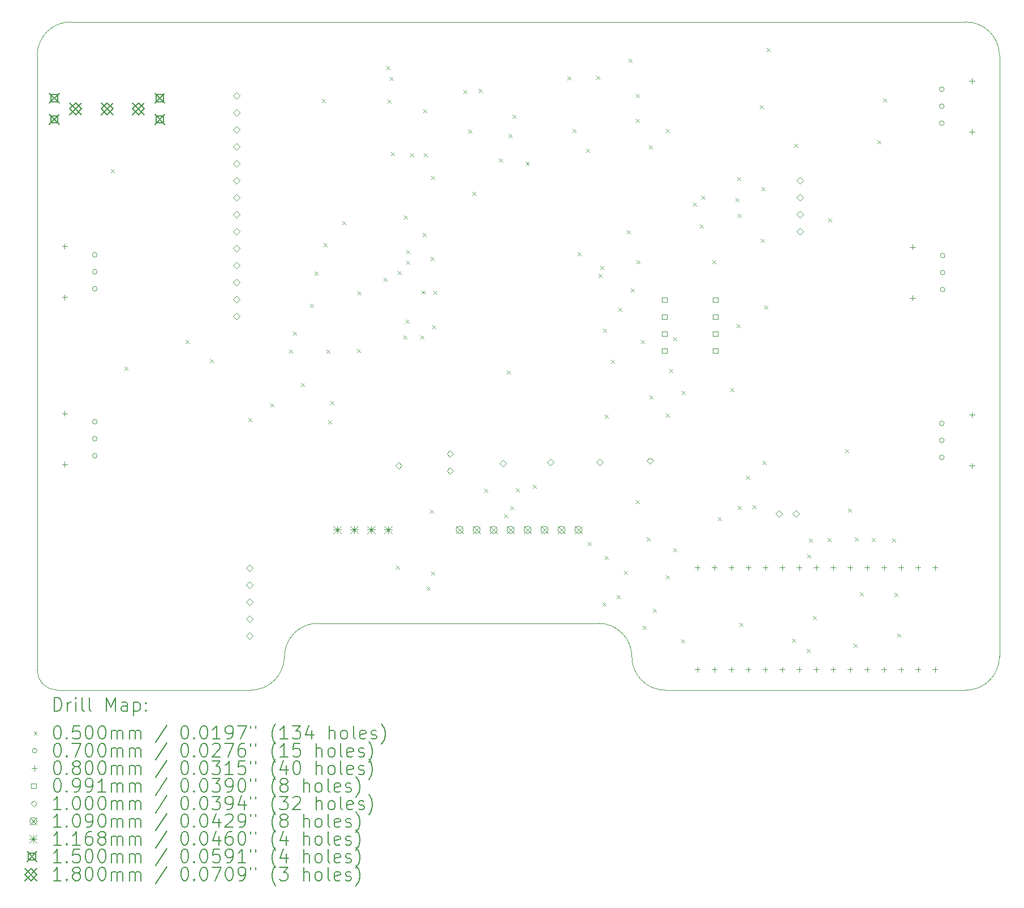
<source format=gbr>
%TF.GenerationSoftware,KiCad,Pcbnew,(6.0.7)*%
%TF.CreationDate,2022-11-29T22:23:04-08:00*%
%TF.ProjectId,UrbanSteering,55726261-6e53-4746-9565-72696e672e6b,rev?*%
%TF.SameCoordinates,Original*%
%TF.FileFunction,Drillmap*%
%TF.FilePolarity,Positive*%
%FSLAX45Y45*%
G04 Gerber Fmt 4.5, Leading zero omitted, Abs format (unit mm)*
G04 Created by KiCad (PCBNEW (6.0.7)) date 2022-11-29 22:23:04*
%MOMM*%
%LPD*%
G01*
G04 APERTURE LIST*
%ADD10C,0.001500*%
%ADD11C,0.050000*%
%ADD12C,0.200000*%
%ADD13C,0.070000*%
%ADD14C,0.080000*%
%ADD15C,0.099060*%
%ADD16C,0.100000*%
%ADD17C,0.109000*%
%ADD18C,0.116840*%
%ADD19C,0.150000*%
%ADD20C,0.180000*%
G04 APERTURE END LIST*
D10*
X13200000Y-15000000D02*
X10300000Y-15000000D01*
D11*
X13200000Y-15000000D02*
G75*
G03*
X13700000Y-14500000I-5740J505740D01*
G01*
X10500000Y-5000000D02*
G75*
G03*
X10000000Y-5500000I0J-500000D01*
G01*
X10000000Y-14700000D02*
G75*
G03*
X10300000Y-15000000I300000J0D01*
G01*
D10*
X23900000Y-15000000D02*
X19400000Y-15000000D01*
D11*
X14200000Y-14000000D02*
X18400000Y-14000000D01*
X14200000Y-14000000D02*
G75*
G03*
X13700000Y-14500000I0J-500000D01*
G01*
D10*
X10000000Y-14700000D02*
X10000000Y-5500000D01*
X24400000Y-14500000D02*
X24400000Y-5500000D01*
D11*
X24400000Y-5500000D02*
G75*
G03*
X23900000Y-5000000I-500000J0D01*
G01*
X13700000Y-14500000D02*
X13700000Y-14500000D01*
X18900000Y-14500000D02*
G75*
G03*
X18400000Y-14000000I-500000J0D01*
G01*
X23900000Y-15000000D02*
G75*
G03*
X24400000Y-14500000I0J500000D01*
G01*
X18900000Y-14500000D02*
G75*
G03*
X19400000Y-15000000I500000J0D01*
G01*
D10*
X10500000Y-5000000D02*
X23900000Y-5000000D01*
D12*
D11*
X11104918Y-7206634D02*
X11154918Y-7256634D01*
X11154918Y-7206634D02*
X11104918Y-7256634D01*
X11303038Y-10158114D02*
X11353038Y-10208114D01*
X11353038Y-10158114D02*
X11303038Y-10208114D01*
X12217438Y-9761874D02*
X12267438Y-9811874D01*
X12267438Y-9761874D02*
X12217438Y-9811874D01*
X12588278Y-10051434D02*
X12638278Y-10101434D01*
X12638278Y-10051434D02*
X12588278Y-10101434D01*
X13162318Y-10925194D02*
X13212318Y-10975194D01*
X13212318Y-10925194D02*
X13162318Y-10975194D01*
X13492518Y-10706754D02*
X13542518Y-10756754D01*
X13542518Y-10706754D02*
X13492518Y-10756754D01*
X13766838Y-9904114D02*
X13816838Y-9954114D01*
X13816838Y-9904114D02*
X13766838Y-9954114D01*
X13832878Y-9634874D02*
X13882878Y-9684874D01*
X13882878Y-9634874D02*
X13832878Y-9684874D01*
X13944638Y-10407034D02*
X13994638Y-10457034D01*
X13994638Y-10407034D02*
X13944638Y-10457034D01*
X14086878Y-9218314D02*
X14136878Y-9268314D01*
X14136878Y-9218314D02*
X14086878Y-9268314D01*
X14147838Y-8735714D02*
X14197838Y-8785714D01*
X14197838Y-8735714D02*
X14147838Y-8785714D01*
X14259598Y-6155074D02*
X14309598Y-6205074D01*
X14309598Y-6155074D02*
X14259598Y-6205074D01*
X14290078Y-8314074D02*
X14340078Y-8364074D01*
X14340078Y-8314074D02*
X14290078Y-8364074D01*
X14325638Y-9904114D02*
X14375638Y-9954114D01*
X14375638Y-9904114D02*
X14325638Y-9954114D01*
X14351038Y-10965834D02*
X14401038Y-11015834D01*
X14401038Y-10965834D02*
X14351038Y-11015834D01*
X14391678Y-10671194D02*
X14441678Y-10721194D01*
X14441678Y-10671194D02*
X14391678Y-10721194D01*
X14564398Y-7978794D02*
X14614398Y-8028794D01*
X14614398Y-7978794D02*
X14564398Y-8028794D01*
X14782838Y-9893954D02*
X14832838Y-9943954D01*
X14832838Y-9893954D02*
X14782838Y-9943954D01*
X14792998Y-9030354D02*
X14842998Y-9080354D01*
X14842998Y-9030354D02*
X14792998Y-9080354D01*
X15184158Y-8832234D02*
X15234158Y-8882234D01*
X15234158Y-8832234D02*
X15184158Y-8882234D01*
X15229878Y-5662314D02*
X15279878Y-5712314D01*
X15279878Y-5662314D02*
X15229878Y-5712314D01*
X15240038Y-6165234D02*
X15290038Y-6215234D01*
X15290038Y-6165234D02*
X15240038Y-6215234D01*
X15280678Y-5819794D02*
X15330678Y-5869794D01*
X15330678Y-5819794D02*
X15280678Y-5869794D01*
X15290838Y-6947554D02*
X15340838Y-6997554D01*
X15340838Y-6947554D02*
X15290838Y-6997554D01*
X15367038Y-13134994D02*
X15417038Y-13184994D01*
X15417038Y-13134994D02*
X15367038Y-13184994D01*
X15399613Y-8727649D02*
X15449613Y-8777649D01*
X15449613Y-8727649D02*
X15399613Y-8777649D01*
X15483878Y-9690754D02*
X15533878Y-9740754D01*
X15533878Y-9690754D02*
X15483878Y-9740754D01*
X15491189Y-7899745D02*
X15541189Y-7949745D01*
X15541189Y-7899745D02*
X15491189Y-7949745D01*
X15514358Y-9451994D02*
X15564358Y-9501994D01*
X15564358Y-9451994D02*
X15514358Y-9501994D01*
X15519438Y-8573154D02*
X15569438Y-8623154D01*
X15569438Y-8573154D02*
X15519438Y-8623154D01*
X15526168Y-8415674D02*
X15576168Y-8465674D01*
X15576168Y-8415674D02*
X15526168Y-8465674D01*
X15580398Y-6962794D02*
X15630398Y-7012794D01*
X15630398Y-6962794D02*
X15580398Y-7012794D01*
X15737878Y-9690754D02*
X15787878Y-9740754D01*
X15787878Y-9690754D02*
X15737878Y-9740754D01*
X15749356Y-9019729D02*
X15799356Y-9069729D01*
X15799356Y-9019729D02*
X15749356Y-9069729D01*
X15768358Y-8156594D02*
X15818358Y-8206594D01*
X15818358Y-8156594D02*
X15768358Y-8206594D01*
X15778518Y-6302394D02*
X15828518Y-6352394D01*
X15828518Y-6302394D02*
X15778518Y-6352394D01*
X15788678Y-6962794D02*
X15838678Y-7012794D01*
X15838678Y-6962794D02*
X15788678Y-7012794D01*
X15824238Y-13455034D02*
X15874238Y-13505034D01*
X15874238Y-13455034D02*
X15824238Y-13505034D01*
X15880118Y-12301874D02*
X15930118Y-12351874D01*
X15930118Y-12301874D02*
X15880118Y-12351874D01*
X15885198Y-8512194D02*
X15935198Y-8562194D01*
X15935198Y-8512194D02*
X15885198Y-8562194D01*
X15895358Y-7308234D02*
X15945358Y-7358234D01*
X15945358Y-7308234D02*
X15895358Y-7358234D01*
X15895358Y-13221354D02*
X15945358Y-13271354D01*
X15945358Y-13221354D02*
X15895358Y-13271354D01*
X15910598Y-9543434D02*
X15960598Y-9593434D01*
X15960598Y-9543434D02*
X15910598Y-9593434D01*
X15925838Y-9025274D02*
X15975838Y-9075274D01*
X15975838Y-9025274D02*
X15925838Y-9075274D01*
X16380929Y-6016504D02*
X16430929Y-6066504D01*
X16430929Y-6016504D02*
X16380929Y-6066504D01*
X16454158Y-6612274D02*
X16504158Y-6662274D01*
X16504158Y-6612274D02*
X16454158Y-6662274D01*
X16513598Y-7542474D02*
X16563598Y-7592474D01*
X16563598Y-7542474D02*
X16513598Y-7592474D01*
X16605207Y-5998945D02*
X16655207Y-6048945D01*
X16655207Y-5998945D02*
X16605207Y-6048945D01*
X16687838Y-11986914D02*
X16737838Y-12036914D01*
X16737838Y-11986914D02*
X16687838Y-12036914D01*
X16913598Y-7042474D02*
X16963598Y-7092474D01*
X16963598Y-7042474D02*
X16913598Y-7092474D01*
X16987558Y-12371874D02*
X17037558Y-12421874D01*
X17037558Y-12371874D02*
X16987558Y-12421874D01*
X17028198Y-10213994D02*
X17078198Y-10263994D01*
X17078198Y-10213994D02*
X17028198Y-10263994D01*
X17053598Y-6680024D02*
X17103598Y-6730024D01*
X17103598Y-6680024D02*
X17053598Y-6730024D01*
X17084078Y-12245994D02*
X17134078Y-12295994D01*
X17134078Y-12245994D02*
X17084078Y-12295994D01*
X17113598Y-6392474D02*
X17163598Y-6442474D01*
X17163598Y-6392474D02*
X17113598Y-6442474D01*
X17165358Y-11976754D02*
X17215358Y-12026754D01*
X17215358Y-11976754D02*
X17165358Y-12026754D01*
X17313598Y-7092474D02*
X17363598Y-7142474D01*
X17363598Y-7092474D02*
X17313598Y-7142474D01*
X17419358Y-11925954D02*
X17469358Y-11975954D01*
X17469358Y-11925954D02*
X17419358Y-11975954D01*
X17937518Y-5814714D02*
X17987518Y-5864714D01*
X17987518Y-5814714D02*
X17937518Y-5864714D01*
X18008638Y-6602114D02*
X18058638Y-6652114D01*
X18058638Y-6602114D02*
X18008638Y-6652114D01*
X18089918Y-8451234D02*
X18139918Y-8501234D01*
X18139918Y-8451234D02*
X18089918Y-8501234D01*
X18211838Y-6901834D02*
X18261838Y-6951834D01*
X18261838Y-6901834D02*
X18211838Y-6951834D01*
X18237238Y-12779394D02*
X18287238Y-12829394D01*
X18287238Y-12779394D02*
X18237238Y-12829394D01*
X18369318Y-5804554D02*
X18419318Y-5854554D01*
X18419318Y-5804554D02*
X18369318Y-5854554D01*
X18403735Y-8771453D02*
X18453735Y-8821453D01*
X18453735Y-8771453D02*
X18403735Y-8821453D01*
X18430278Y-8649354D02*
X18480278Y-8699354D01*
X18480278Y-8649354D02*
X18430278Y-8699354D01*
X18463598Y-13692474D02*
X18513598Y-13742474D01*
X18513598Y-13692474D02*
X18463598Y-13742474D01*
X18465838Y-9594234D02*
X18515838Y-9644234D01*
X18515838Y-9594234D02*
X18465838Y-9644234D01*
X18491238Y-12992754D02*
X18541238Y-13042754D01*
X18541238Y-12992754D02*
X18491238Y-13042754D01*
X18496318Y-10879474D02*
X18546318Y-10929474D01*
X18546318Y-10879474D02*
X18496318Y-10929474D01*
X18587758Y-10056514D02*
X18637758Y-10106514D01*
X18637758Y-10056514D02*
X18587758Y-10106514D01*
X18674118Y-13582034D02*
X18724118Y-13632034D01*
X18724118Y-13582034D02*
X18674118Y-13632034D01*
X18694438Y-9279274D02*
X18744438Y-9329274D01*
X18744438Y-9279274D02*
X18694438Y-9329274D01*
X18785878Y-13211194D02*
X18835878Y-13261194D01*
X18835878Y-13211194D02*
X18785878Y-13261194D01*
X18826518Y-8115954D02*
X18876518Y-8165954D01*
X18876518Y-8115954D02*
X18826518Y-8165954D01*
X18851918Y-5555634D02*
X18901918Y-5605634D01*
X18901918Y-5555634D02*
X18851918Y-5605634D01*
X18882398Y-8989714D02*
X18932398Y-9039714D01*
X18932398Y-8989714D02*
X18882398Y-9039714D01*
X18958598Y-6078874D02*
X19008598Y-6128874D01*
X19008598Y-6078874D02*
X18958598Y-6128874D01*
X18958598Y-6453144D02*
X19008598Y-6503144D01*
X19008598Y-6453144D02*
X18958598Y-6503144D01*
X18963678Y-12159634D02*
X19013678Y-12209634D01*
X19013678Y-12159634D02*
X18963678Y-12209634D01*
X18968758Y-8568074D02*
X19018758Y-8618074D01*
X19018758Y-8568074D02*
X18968758Y-8618074D01*
X19034798Y-9761874D02*
X19084798Y-9811874D01*
X19084798Y-9761874D02*
X19034798Y-9811874D01*
X19060198Y-14039234D02*
X19110198Y-14089234D01*
X19110198Y-14039234D02*
X19060198Y-14089234D01*
X19121158Y-12713354D02*
X19171158Y-12763354D01*
X19171158Y-12713354D02*
X19121158Y-12763354D01*
X19151638Y-6851034D02*
X19201638Y-6901034D01*
X19201638Y-6851034D02*
X19151638Y-6901034D01*
X19167323Y-10590359D02*
X19217323Y-10640359D01*
X19217323Y-10590359D02*
X19167323Y-10640359D01*
X19212598Y-13785234D02*
X19262598Y-13835234D01*
X19262598Y-13785234D02*
X19212598Y-13835234D01*
X19405638Y-6602114D02*
X19455638Y-6652114D01*
X19455638Y-6602114D02*
X19405638Y-6652114D01*
X19405638Y-13282314D02*
X19455638Y-13332314D01*
X19455638Y-13282314D02*
X19405638Y-13332314D01*
X19410718Y-10864234D02*
X19460718Y-10914234D01*
X19460718Y-10864234D02*
X19410718Y-10914234D01*
X19461518Y-10193674D02*
X19511518Y-10243674D01*
X19511518Y-10193674D02*
X19461518Y-10243674D01*
X19517398Y-9716154D02*
X19567398Y-9766154D01*
X19567398Y-9716154D02*
X19517398Y-9766154D01*
X19517398Y-12875914D02*
X19567398Y-12925914D01*
X19567398Y-12875914D02*
X19517398Y-12925914D01*
X19634238Y-14237354D02*
X19684238Y-14287354D01*
X19684238Y-14237354D02*
X19634238Y-14287354D01*
X19644398Y-10518794D02*
X19694398Y-10568794D01*
X19694398Y-10518794D02*
X19644398Y-10568794D01*
X19812038Y-7704474D02*
X19862038Y-7754474D01*
X19862038Y-7704474D02*
X19812038Y-7754474D01*
X19913638Y-8029594D02*
X19963638Y-8079594D01*
X19963638Y-8029594D02*
X19913638Y-8079594D01*
X19939038Y-7597794D02*
X19989038Y-7647794D01*
X19989038Y-7597794D02*
X19939038Y-7647794D01*
X20101598Y-8568074D02*
X20151598Y-8618074D01*
X20151598Y-8568074D02*
X20101598Y-8618074D01*
X20187958Y-12413634D02*
X20237958Y-12463634D01*
X20237958Y-12413634D02*
X20187958Y-12463634D01*
X20375918Y-10483234D02*
X20425918Y-10533234D01*
X20425918Y-10483234D02*
X20375918Y-10533234D01*
X20452118Y-7638434D02*
X20502118Y-7688434D01*
X20502118Y-7638434D02*
X20452118Y-7688434D01*
X20467358Y-9523114D02*
X20517358Y-9573114D01*
X20517358Y-9523114D02*
X20467358Y-9573114D01*
X20477518Y-7318394D02*
X20527518Y-7368394D01*
X20527518Y-7318394D02*
X20477518Y-7368394D01*
X20487678Y-7872114D02*
X20537678Y-7922114D01*
X20537678Y-7872114D02*
X20487678Y-7922114D01*
X20487678Y-12237524D02*
X20537678Y-12287524D01*
X20537678Y-12237524D02*
X20487678Y-12287524D01*
X20513598Y-13992474D02*
X20563598Y-14042474D01*
X20563598Y-13992474D02*
X20513598Y-14042474D01*
X20614678Y-11793874D02*
X20664678Y-11843874D01*
X20664678Y-11793874D02*
X20614678Y-11843874D01*
X20701038Y-12232524D02*
X20751038Y-12282524D01*
X20751038Y-12232524D02*
X20701038Y-12282524D01*
X20817878Y-6246514D02*
X20867878Y-6296514D01*
X20867878Y-6246514D02*
X20817878Y-6296514D01*
X20828038Y-8248034D02*
X20878038Y-8298034D01*
X20878038Y-8248034D02*
X20828038Y-8298034D01*
X20838198Y-7470794D02*
X20888198Y-7520794D01*
X20888198Y-7470794D02*
X20838198Y-7520794D01*
X20858518Y-11575434D02*
X20908518Y-11625434D01*
X20908518Y-11575434D02*
X20858518Y-11625434D01*
X20883918Y-9243714D02*
X20933918Y-9293714D01*
X20933918Y-9243714D02*
X20883918Y-9293714D01*
X20914297Y-5393173D02*
X20964297Y-5443173D01*
X20964297Y-5393173D02*
X20914297Y-5443173D01*
X21295398Y-14232274D02*
X21345398Y-14282274D01*
X21345398Y-14232274D02*
X21295398Y-14282274D01*
X21330958Y-6820554D02*
X21380958Y-6870554D01*
X21380958Y-6820554D02*
X21330958Y-6870554D01*
X21518918Y-14379594D02*
X21568918Y-14429594D01*
X21568918Y-14379594D02*
X21518918Y-14429594D01*
X21523998Y-12972434D02*
X21573998Y-13022434D01*
X21573998Y-12972434D02*
X21523998Y-13022434D01*
X21554478Y-12733674D02*
X21604478Y-12783674D01*
X21604478Y-12733674D02*
X21554478Y-12783674D01*
X21610358Y-13891914D02*
X21660358Y-13941914D01*
X21660358Y-13891914D02*
X21610358Y-13941914D01*
X21833878Y-12723514D02*
X21883878Y-12773514D01*
X21883878Y-12723514D02*
X21833878Y-12773514D01*
X21840381Y-7936731D02*
X21890381Y-7986731D01*
X21890381Y-7936731D02*
X21840381Y-7986731D01*
X22092958Y-11392554D02*
X22142958Y-11442554D01*
X22142958Y-11392554D02*
X22092958Y-11442554D01*
X22138678Y-12286634D02*
X22188678Y-12336634D01*
X22188678Y-12286634D02*
X22138678Y-12336634D01*
X22219958Y-14308474D02*
X22269958Y-14358474D01*
X22269958Y-14308474D02*
X22219958Y-14358474D01*
X22240278Y-12718434D02*
X22290278Y-12768434D01*
X22290278Y-12718434D02*
X22240278Y-12768434D01*
X22316478Y-13536314D02*
X22366478Y-13586314D01*
X22366478Y-13536314D02*
X22316478Y-13586314D01*
X22489198Y-12723514D02*
X22539198Y-12773514D01*
X22539198Y-12723514D02*
X22489198Y-12773514D01*
X22575558Y-6774834D02*
X22625558Y-6824834D01*
X22625558Y-6774834D02*
X22575558Y-6824834D01*
X22663598Y-6142474D02*
X22713598Y-6192474D01*
X22713598Y-6142474D02*
X22663598Y-6192474D01*
X22799078Y-12728594D02*
X22849078Y-12778594D01*
X22849078Y-12728594D02*
X22799078Y-12778594D01*
X22829558Y-13541394D02*
X22879558Y-13591394D01*
X22879558Y-13541394D02*
X22829558Y-13591394D01*
X22870198Y-14150994D02*
X22920198Y-14200994D01*
X22920198Y-14150994D02*
X22870198Y-14200994D01*
D13*
X10897000Y-8484000D02*
G75*
G03*
X10897000Y-8484000I-35000J0D01*
G01*
X10897000Y-8738000D02*
G75*
G03*
X10897000Y-8738000I-35000J0D01*
G01*
X10897000Y-8992000D02*
G75*
G03*
X10897000Y-8992000I-35000J0D01*
G01*
X10897000Y-10984000D02*
G75*
G03*
X10897000Y-10984000I-35000J0D01*
G01*
X10897000Y-11238000D02*
G75*
G03*
X10897000Y-11238000I-35000J0D01*
G01*
X10897000Y-11492000D02*
G75*
G03*
X10897000Y-11492000I-35000J0D01*
G01*
X23573000Y-6008000D02*
G75*
G03*
X23573000Y-6008000I-35000J0D01*
G01*
X23573000Y-6262000D02*
G75*
G03*
X23573000Y-6262000I-35000J0D01*
G01*
X23573000Y-6516000D02*
G75*
G03*
X23573000Y-6516000I-35000J0D01*
G01*
X23573000Y-11008000D02*
G75*
G03*
X23573000Y-11008000I-35000J0D01*
G01*
X23573000Y-11262000D02*
G75*
G03*
X23573000Y-11262000I-35000J0D01*
G01*
X23573000Y-11516000D02*
G75*
G03*
X23573000Y-11516000I-35000J0D01*
G01*
X23585000Y-8496000D02*
G75*
G03*
X23585000Y-8496000I-35000J0D01*
G01*
X23585000Y-8750000D02*
G75*
G03*
X23585000Y-8750000I-35000J0D01*
G01*
X23585000Y-9004000D02*
G75*
G03*
X23585000Y-9004000I-35000J0D01*
G01*
D14*
X10412000Y-8317000D02*
X10412000Y-8397000D01*
X10372000Y-8357000D02*
X10452000Y-8357000D01*
X10412000Y-9079000D02*
X10412000Y-9159000D01*
X10372000Y-9119000D02*
X10452000Y-9119000D01*
X10412000Y-10817000D02*
X10412000Y-10897000D01*
X10372000Y-10857000D02*
X10452000Y-10857000D01*
X10412000Y-11579000D02*
X10412000Y-11659000D01*
X10372000Y-11619000D02*
X10452000Y-11619000D01*
X19879000Y-13126000D02*
X19879000Y-13206000D01*
X19839000Y-13166000D02*
X19919000Y-13166000D01*
X19879000Y-14650000D02*
X19879000Y-14730000D01*
X19839000Y-14690000D02*
X19919000Y-14690000D01*
X20133000Y-13126000D02*
X20133000Y-13206000D01*
X20093000Y-13166000D02*
X20173000Y-13166000D01*
X20133000Y-14650000D02*
X20133000Y-14730000D01*
X20093000Y-14690000D02*
X20173000Y-14690000D01*
X20387000Y-13126000D02*
X20387000Y-13206000D01*
X20347000Y-13166000D02*
X20427000Y-13166000D01*
X20387000Y-14650000D02*
X20387000Y-14730000D01*
X20347000Y-14690000D02*
X20427000Y-14690000D01*
X20641000Y-13126000D02*
X20641000Y-13206000D01*
X20601000Y-13166000D02*
X20681000Y-13166000D01*
X20641000Y-14650000D02*
X20641000Y-14730000D01*
X20601000Y-14690000D02*
X20681000Y-14690000D01*
X20895000Y-13126000D02*
X20895000Y-13206000D01*
X20855000Y-13166000D02*
X20935000Y-13166000D01*
X20895000Y-14650000D02*
X20895000Y-14730000D01*
X20855000Y-14690000D02*
X20935000Y-14690000D01*
X21149000Y-13126000D02*
X21149000Y-13206000D01*
X21109000Y-13166000D02*
X21189000Y-13166000D01*
X21149000Y-14650000D02*
X21149000Y-14730000D01*
X21109000Y-14690000D02*
X21189000Y-14690000D01*
X21403000Y-13126000D02*
X21403000Y-13206000D01*
X21363000Y-13166000D02*
X21443000Y-13166000D01*
X21403000Y-14650000D02*
X21403000Y-14730000D01*
X21363000Y-14690000D02*
X21443000Y-14690000D01*
X21657000Y-13126000D02*
X21657000Y-13206000D01*
X21617000Y-13166000D02*
X21697000Y-13166000D01*
X21657000Y-14650000D02*
X21657000Y-14730000D01*
X21617000Y-14690000D02*
X21697000Y-14690000D01*
X21911000Y-13126000D02*
X21911000Y-13206000D01*
X21871000Y-13166000D02*
X21951000Y-13166000D01*
X21911000Y-14650000D02*
X21911000Y-14730000D01*
X21871000Y-14690000D02*
X21951000Y-14690000D01*
X22165000Y-13126000D02*
X22165000Y-13206000D01*
X22125000Y-13166000D02*
X22205000Y-13166000D01*
X22165000Y-14650000D02*
X22165000Y-14730000D01*
X22125000Y-14690000D02*
X22205000Y-14690000D01*
X22419000Y-13126000D02*
X22419000Y-13206000D01*
X22379000Y-13166000D02*
X22459000Y-13166000D01*
X22419000Y-14650000D02*
X22419000Y-14730000D01*
X22379000Y-14690000D02*
X22459000Y-14690000D01*
X22673000Y-13126000D02*
X22673000Y-13206000D01*
X22633000Y-13166000D02*
X22713000Y-13166000D01*
X22673000Y-14650000D02*
X22673000Y-14730000D01*
X22633000Y-14690000D02*
X22713000Y-14690000D01*
X22927000Y-13126000D02*
X22927000Y-13206000D01*
X22887000Y-13166000D02*
X22967000Y-13166000D01*
X22927000Y-14650000D02*
X22927000Y-14730000D01*
X22887000Y-14690000D02*
X22967000Y-14690000D01*
X23100000Y-8329000D02*
X23100000Y-8409000D01*
X23060000Y-8369000D02*
X23140000Y-8369000D01*
X23100000Y-9091000D02*
X23100000Y-9171000D01*
X23060000Y-9131000D02*
X23140000Y-9131000D01*
X23181000Y-13126000D02*
X23181000Y-13206000D01*
X23141000Y-13166000D02*
X23221000Y-13166000D01*
X23181000Y-14650000D02*
X23181000Y-14730000D01*
X23141000Y-14690000D02*
X23221000Y-14690000D01*
X23435000Y-13126000D02*
X23435000Y-13206000D01*
X23395000Y-13166000D02*
X23475000Y-13166000D01*
X23435000Y-14650000D02*
X23435000Y-14730000D01*
X23395000Y-14690000D02*
X23475000Y-14690000D01*
X23988000Y-5841000D02*
X23988000Y-5921000D01*
X23948000Y-5881000D02*
X24028000Y-5881000D01*
X23988000Y-6603000D02*
X23988000Y-6683000D01*
X23948000Y-6643000D02*
X24028000Y-6643000D01*
X23988000Y-10841000D02*
X23988000Y-10921000D01*
X23948000Y-10881000D02*
X24028000Y-10881000D01*
X23988000Y-11603000D02*
X23988000Y-11683000D01*
X23948000Y-11643000D02*
X24028000Y-11643000D01*
D15*
X19422621Y-9191497D02*
X19422621Y-9121451D01*
X19352575Y-9121451D01*
X19352575Y-9191497D01*
X19422621Y-9191497D01*
X19422621Y-9445497D02*
X19422621Y-9375451D01*
X19352575Y-9375451D01*
X19352575Y-9445497D01*
X19422621Y-9445497D01*
X19422621Y-9699497D02*
X19422621Y-9629451D01*
X19352575Y-9629451D01*
X19352575Y-9699497D01*
X19422621Y-9699497D01*
X19422621Y-9953497D02*
X19422621Y-9883451D01*
X19352575Y-9883451D01*
X19352575Y-9953497D01*
X19422621Y-9953497D01*
X20184621Y-9191497D02*
X20184621Y-9121451D01*
X20114575Y-9121451D01*
X20114575Y-9191497D01*
X20184621Y-9191497D01*
X20184621Y-9445497D02*
X20184621Y-9375451D01*
X20114575Y-9375451D01*
X20114575Y-9445497D01*
X20184621Y-9445497D01*
X20184621Y-9699497D02*
X20184621Y-9629451D01*
X20114575Y-9629451D01*
X20114575Y-9699497D01*
X20184621Y-9699497D01*
X20184621Y-9953497D02*
X20184621Y-9883451D01*
X20114575Y-9883451D01*
X20114575Y-9953497D01*
X20184621Y-9953497D01*
D16*
X12985000Y-6150000D02*
X13035000Y-6100000D01*
X12985000Y-6050000D01*
X12935000Y-6100000D01*
X12985000Y-6150000D01*
X12985000Y-6404000D02*
X13035000Y-6354000D01*
X12985000Y-6304000D01*
X12935000Y-6354000D01*
X12985000Y-6404000D01*
X12985000Y-6658000D02*
X13035000Y-6608000D01*
X12985000Y-6558000D01*
X12935000Y-6608000D01*
X12985000Y-6658000D01*
X12985000Y-6912000D02*
X13035000Y-6862000D01*
X12985000Y-6812000D01*
X12935000Y-6862000D01*
X12985000Y-6912000D01*
X12985000Y-7166000D02*
X13035000Y-7116000D01*
X12985000Y-7066000D01*
X12935000Y-7116000D01*
X12985000Y-7166000D01*
X12985000Y-7420000D02*
X13035000Y-7370000D01*
X12985000Y-7320000D01*
X12935000Y-7370000D01*
X12985000Y-7420000D01*
X12985000Y-7674000D02*
X13035000Y-7624000D01*
X12985000Y-7574000D01*
X12935000Y-7624000D01*
X12985000Y-7674000D01*
X12985000Y-7928000D02*
X13035000Y-7878000D01*
X12985000Y-7828000D01*
X12935000Y-7878000D01*
X12985000Y-7928000D01*
X12985000Y-8182000D02*
X13035000Y-8132000D01*
X12985000Y-8082000D01*
X12935000Y-8132000D01*
X12985000Y-8182000D01*
X12985000Y-8436000D02*
X13035000Y-8386000D01*
X12985000Y-8336000D01*
X12935000Y-8386000D01*
X12985000Y-8436000D01*
X12985000Y-8690000D02*
X13035000Y-8640000D01*
X12985000Y-8590000D01*
X12935000Y-8640000D01*
X12985000Y-8690000D01*
X12985000Y-8944000D02*
X13035000Y-8894000D01*
X12985000Y-8844000D01*
X12935000Y-8894000D01*
X12985000Y-8944000D01*
X12985000Y-9198000D02*
X13035000Y-9148000D01*
X12985000Y-9098000D01*
X12935000Y-9148000D01*
X12985000Y-9198000D01*
X12985000Y-9452000D02*
X13035000Y-9402000D01*
X12985000Y-9352000D01*
X12935000Y-9402000D01*
X12985000Y-9452000D01*
X13180000Y-13225000D02*
X13230000Y-13175000D01*
X13180000Y-13125000D01*
X13130000Y-13175000D01*
X13180000Y-13225000D01*
X13180000Y-13479000D02*
X13230000Y-13429000D01*
X13180000Y-13379000D01*
X13130000Y-13429000D01*
X13180000Y-13479000D01*
X13180000Y-13733000D02*
X13230000Y-13683000D01*
X13180000Y-13633000D01*
X13130000Y-13683000D01*
X13180000Y-13733000D01*
X13180000Y-13987000D02*
X13230000Y-13937000D01*
X13180000Y-13887000D01*
X13130000Y-13937000D01*
X13180000Y-13987000D01*
X13180000Y-14241000D02*
X13230000Y-14191000D01*
X13180000Y-14141000D01*
X13130000Y-14191000D01*
X13180000Y-14241000D01*
X15408598Y-11687474D02*
X15458598Y-11637474D01*
X15408598Y-11587474D01*
X15358598Y-11637474D01*
X15408598Y-11687474D01*
X16178598Y-11510974D02*
X16228598Y-11460974D01*
X16178598Y-11410974D01*
X16128598Y-11460974D01*
X16178598Y-11510974D01*
X16178598Y-11764974D02*
X16228598Y-11714974D01*
X16178598Y-11664974D01*
X16128598Y-11714974D01*
X16178598Y-11764974D01*
X16968598Y-11657474D02*
X17018598Y-11607474D01*
X16968598Y-11557474D01*
X16918598Y-11607474D01*
X16968598Y-11657474D01*
X17678598Y-11637474D02*
X17728598Y-11587474D01*
X17678598Y-11537474D01*
X17628598Y-11587474D01*
X17678598Y-11637474D01*
X18418598Y-11637474D02*
X18468598Y-11587474D01*
X18418598Y-11537474D01*
X18368598Y-11587474D01*
X18418598Y-11637474D01*
X19168598Y-11617474D02*
X19218598Y-11567474D01*
X19168598Y-11517474D01*
X19118598Y-11567474D01*
X19168598Y-11617474D01*
X21101098Y-12407474D02*
X21151098Y-12357474D01*
X21101098Y-12307474D01*
X21051098Y-12357474D01*
X21101098Y-12407474D01*
X21355098Y-12407474D02*
X21405098Y-12357474D01*
X21355098Y-12307474D01*
X21305098Y-12357474D01*
X21355098Y-12407474D01*
X21415000Y-7420000D02*
X21465000Y-7370000D01*
X21415000Y-7320000D01*
X21365000Y-7370000D01*
X21415000Y-7420000D01*
X21415000Y-7674000D02*
X21465000Y-7624000D01*
X21415000Y-7574000D01*
X21365000Y-7624000D01*
X21415000Y-7674000D01*
X21415000Y-7928000D02*
X21465000Y-7878000D01*
X21415000Y-7828000D01*
X21365000Y-7878000D01*
X21415000Y-7928000D01*
X21415000Y-8182000D02*
X21465000Y-8132000D01*
X21415000Y-8082000D01*
X21365000Y-8132000D01*
X21415000Y-8182000D01*
D17*
X16267500Y-12545500D02*
X16376500Y-12654500D01*
X16376500Y-12545500D02*
X16267500Y-12654500D01*
X16376500Y-12600000D02*
G75*
G03*
X16376500Y-12600000I-54500J0D01*
G01*
X16521500Y-12545500D02*
X16630500Y-12654500D01*
X16630500Y-12545500D02*
X16521500Y-12654500D01*
X16630500Y-12600000D02*
G75*
G03*
X16630500Y-12600000I-54500J0D01*
G01*
X16775500Y-12545500D02*
X16884500Y-12654500D01*
X16884500Y-12545500D02*
X16775500Y-12654500D01*
X16884500Y-12600000D02*
G75*
G03*
X16884500Y-12600000I-54500J0D01*
G01*
X17029500Y-12545500D02*
X17138500Y-12654500D01*
X17138500Y-12545500D02*
X17029500Y-12654500D01*
X17138500Y-12600000D02*
G75*
G03*
X17138500Y-12600000I-54500J0D01*
G01*
X17283500Y-12545500D02*
X17392500Y-12654500D01*
X17392500Y-12545500D02*
X17283500Y-12654500D01*
X17392500Y-12600000D02*
G75*
G03*
X17392500Y-12600000I-54500J0D01*
G01*
X17537500Y-12545500D02*
X17646500Y-12654500D01*
X17646500Y-12545500D02*
X17537500Y-12654500D01*
X17646500Y-12600000D02*
G75*
G03*
X17646500Y-12600000I-54500J0D01*
G01*
X17791500Y-12545500D02*
X17900500Y-12654500D01*
X17900500Y-12545500D02*
X17791500Y-12654500D01*
X17900500Y-12600000D02*
G75*
G03*
X17900500Y-12600000I-54500J0D01*
G01*
X18045500Y-12545500D02*
X18154500Y-12654500D01*
X18154500Y-12545500D02*
X18045500Y-12654500D01*
X18154500Y-12600000D02*
G75*
G03*
X18154500Y-12600000I-54500J0D01*
G01*
D18*
X14429580Y-12541580D02*
X14546420Y-12658420D01*
X14546420Y-12541580D02*
X14429580Y-12658420D01*
X14488000Y-12541580D02*
X14488000Y-12658420D01*
X14429580Y-12600000D02*
X14546420Y-12600000D01*
X14683580Y-12541580D02*
X14800420Y-12658420D01*
X14800420Y-12541580D02*
X14683580Y-12658420D01*
X14742000Y-12541580D02*
X14742000Y-12658420D01*
X14683580Y-12600000D02*
X14800420Y-12600000D01*
X14937580Y-12541580D02*
X15054420Y-12658420D01*
X15054420Y-12541580D02*
X14937580Y-12658420D01*
X14996000Y-12541580D02*
X14996000Y-12658420D01*
X14937580Y-12600000D02*
X15054420Y-12600000D01*
X15191580Y-12541580D02*
X15308420Y-12658420D01*
X15308420Y-12541580D02*
X15191580Y-12658420D01*
X15250000Y-12541580D02*
X15250000Y-12658420D01*
X15191580Y-12600000D02*
X15308420Y-12600000D01*
D19*
X10180000Y-6065000D02*
X10330000Y-6215000D01*
X10330000Y-6065000D02*
X10180000Y-6215000D01*
X10308034Y-6193033D02*
X10308034Y-6086966D01*
X10201967Y-6086966D01*
X10201967Y-6193033D01*
X10308034Y-6193033D01*
X10180000Y-6385000D02*
X10330000Y-6535000D01*
X10330000Y-6385000D02*
X10180000Y-6535000D01*
X10308034Y-6513033D02*
X10308034Y-6406966D01*
X10201967Y-6406966D01*
X10201967Y-6513033D01*
X10308034Y-6513033D01*
X11760000Y-6065000D02*
X11910000Y-6215000D01*
X11910000Y-6065000D02*
X11760000Y-6215000D01*
X11888033Y-6193033D02*
X11888033Y-6086966D01*
X11781966Y-6086966D01*
X11781966Y-6193033D01*
X11888033Y-6193033D01*
X11760000Y-6385000D02*
X11910000Y-6535000D01*
X11910000Y-6385000D02*
X11760000Y-6535000D01*
X11888033Y-6513033D02*
X11888033Y-6406966D01*
X11781966Y-6406966D01*
X11781966Y-6513033D01*
X11888033Y-6513033D01*
D20*
X10485000Y-6210000D02*
X10665000Y-6390000D01*
X10665000Y-6210000D02*
X10485000Y-6390000D01*
X10575000Y-6390000D02*
X10665000Y-6300000D01*
X10575000Y-6210000D01*
X10485000Y-6300000D01*
X10575000Y-6390000D01*
X10955000Y-6210000D02*
X11135000Y-6390000D01*
X11135000Y-6210000D02*
X10955000Y-6390000D01*
X11045000Y-6390000D02*
X11135000Y-6300000D01*
X11045000Y-6210000D01*
X10955000Y-6300000D01*
X11045000Y-6390000D01*
X11425000Y-6210000D02*
X11605000Y-6390000D01*
X11605000Y-6210000D02*
X11425000Y-6390000D01*
X11515000Y-6390000D02*
X11605000Y-6300000D01*
X11515000Y-6210000D01*
X11425000Y-6300000D01*
X11515000Y-6390000D01*
D12*
X10255119Y-15312976D02*
X10255119Y-15112976D01*
X10302738Y-15112976D01*
X10331310Y-15122500D01*
X10350357Y-15141548D01*
X10359881Y-15160595D01*
X10369405Y-15198690D01*
X10369405Y-15227262D01*
X10359881Y-15265357D01*
X10350357Y-15284405D01*
X10331310Y-15303452D01*
X10302738Y-15312976D01*
X10255119Y-15312976D01*
X10455119Y-15312976D02*
X10455119Y-15179643D01*
X10455119Y-15217738D02*
X10464643Y-15198690D01*
X10474167Y-15189167D01*
X10493214Y-15179643D01*
X10512262Y-15179643D01*
X10578929Y-15312976D02*
X10578929Y-15179643D01*
X10578929Y-15112976D02*
X10569405Y-15122500D01*
X10578929Y-15132024D01*
X10588452Y-15122500D01*
X10578929Y-15112976D01*
X10578929Y-15132024D01*
X10702738Y-15312976D02*
X10683690Y-15303452D01*
X10674167Y-15284405D01*
X10674167Y-15112976D01*
X10807500Y-15312976D02*
X10788452Y-15303452D01*
X10778929Y-15284405D01*
X10778929Y-15112976D01*
X11036071Y-15312976D02*
X11036071Y-15112976D01*
X11102738Y-15255833D01*
X11169405Y-15112976D01*
X11169405Y-15312976D01*
X11350357Y-15312976D02*
X11350357Y-15208214D01*
X11340833Y-15189167D01*
X11321786Y-15179643D01*
X11283690Y-15179643D01*
X11264643Y-15189167D01*
X11350357Y-15303452D02*
X11331309Y-15312976D01*
X11283690Y-15312976D01*
X11264643Y-15303452D01*
X11255119Y-15284405D01*
X11255119Y-15265357D01*
X11264643Y-15246309D01*
X11283690Y-15236786D01*
X11331309Y-15236786D01*
X11350357Y-15227262D01*
X11445595Y-15179643D02*
X11445595Y-15379643D01*
X11445595Y-15189167D02*
X11464643Y-15179643D01*
X11502738Y-15179643D01*
X11521786Y-15189167D01*
X11531309Y-15198690D01*
X11540833Y-15217738D01*
X11540833Y-15274881D01*
X11531309Y-15293928D01*
X11521786Y-15303452D01*
X11502738Y-15312976D01*
X11464643Y-15312976D01*
X11445595Y-15303452D01*
X11626548Y-15293928D02*
X11636071Y-15303452D01*
X11626548Y-15312976D01*
X11617024Y-15303452D01*
X11626548Y-15293928D01*
X11626548Y-15312976D01*
X11626548Y-15189167D02*
X11636071Y-15198690D01*
X11626548Y-15208214D01*
X11617024Y-15198690D01*
X11626548Y-15189167D01*
X11626548Y-15208214D01*
D11*
X9947500Y-15617500D02*
X9997500Y-15667500D01*
X9997500Y-15617500D02*
X9947500Y-15667500D01*
D12*
X10293214Y-15532976D02*
X10312262Y-15532976D01*
X10331310Y-15542500D01*
X10340833Y-15552024D01*
X10350357Y-15571071D01*
X10359881Y-15609167D01*
X10359881Y-15656786D01*
X10350357Y-15694881D01*
X10340833Y-15713928D01*
X10331310Y-15723452D01*
X10312262Y-15732976D01*
X10293214Y-15732976D01*
X10274167Y-15723452D01*
X10264643Y-15713928D01*
X10255119Y-15694881D01*
X10245595Y-15656786D01*
X10245595Y-15609167D01*
X10255119Y-15571071D01*
X10264643Y-15552024D01*
X10274167Y-15542500D01*
X10293214Y-15532976D01*
X10445595Y-15713928D02*
X10455119Y-15723452D01*
X10445595Y-15732976D01*
X10436071Y-15723452D01*
X10445595Y-15713928D01*
X10445595Y-15732976D01*
X10636071Y-15532976D02*
X10540833Y-15532976D01*
X10531310Y-15628214D01*
X10540833Y-15618690D01*
X10559881Y-15609167D01*
X10607500Y-15609167D01*
X10626548Y-15618690D01*
X10636071Y-15628214D01*
X10645595Y-15647262D01*
X10645595Y-15694881D01*
X10636071Y-15713928D01*
X10626548Y-15723452D01*
X10607500Y-15732976D01*
X10559881Y-15732976D01*
X10540833Y-15723452D01*
X10531310Y-15713928D01*
X10769405Y-15532976D02*
X10788452Y-15532976D01*
X10807500Y-15542500D01*
X10817024Y-15552024D01*
X10826548Y-15571071D01*
X10836071Y-15609167D01*
X10836071Y-15656786D01*
X10826548Y-15694881D01*
X10817024Y-15713928D01*
X10807500Y-15723452D01*
X10788452Y-15732976D01*
X10769405Y-15732976D01*
X10750357Y-15723452D01*
X10740833Y-15713928D01*
X10731310Y-15694881D01*
X10721786Y-15656786D01*
X10721786Y-15609167D01*
X10731310Y-15571071D01*
X10740833Y-15552024D01*
X10750357Y-15542500D01*
X10769405Y-15532976D01*
X10959881Y-15532976D02*
X10978929Y-15532976D01*
X10997976Y-15542500D01*
X11007500Y-15552024D01*
X11017024Y-15571071D01*
X11026548Y-15609167D01*
X11026548Y-15656786D01*
X11017024Y-15694881D01*
X11007500Y-15713928D01*
X10997976Y-15723452D01*
X10978929Y-15732976D01*
X10959881Y-15732976D01*
X10940833Y-15723452D01*
X10931310Y-15713928D01*
X10921786Y-15694881D01*
X10912262Y-15656786D01*
X10912262Y-15609167D01*
X10921786Y-15571071D01*
X10931310Y-15552024D01*
X10940833Y-15542500D01*
X10959881Y-15532976D01*
X11112262Y-15732976D02*
X11112262Y-15599643D01*
X11112262Y-15618690D02*
X11121786Y-15609167D01*
X11140833Y-15599643D01*
X11169405Y-15599643D01*
X11188452Y-15609167D01*
X11197976Y-15628214D01*
X11197976Y-15732976D01*
X11197976Y-15628214D02*
X11207500Y-15609167D01*
X11226548Y-15599643D01*
X11255119Y-15599643D01*
X11274167Y-15609167D01*
X11283690Y-15628214D01*
X11283690Y-15732976D01*
X11378928Y-15732976D02*
X11378928Y-15599643D01*
X11378928Y-15618690D02*
X11388452Y-15609167D01*
X11407500Y-15599643D01*
X11436071Y-15599643D01*
X11455119Y-15609167D01*
X11464643Y-15628214D01*
X11464643Y-15732976D01*
X11464643Y-15628214D02*
X11474167Y-15609167D01*
X11493214Y-15599643D01*
X11521786Y-15599643D01*
X11540833Y-15609167D01*
X11550357Y-15628214D01*
X11550357Y-15732976D01*
X11940833Y-15523452D02*
X11769405Y-15780595D01*
X12197976Y-15532976D02*
X12217024Y-15532976D01*
X12236071Y-15542500D01*
X12245595Y-15552024D01*
X12255119Y-15571071D01*
X12264643Y-15609167D01*
X12264643Y-15656786D01*
X12255119Y-15694881D01*
X12245595Y-15713928D01*
X12236071Y-15723452D01*
X12217024Y-15732976D01*
X12197976Y-15732976D01*
X12178928Y-15723452D01*
X12169405Y-15713928D01*
X12159881Y-15694881D01*
X12150357Y-15656786D01*
X12150357Y-15609167D01*
X12159881Y-15571071D01*
X12169405Y-15552024D01*
X12178928Y-15542500D01*
X12197976Y-15532976D01*
X12350357Y-15713928D02*
X12359881Y-15723452D01*
X12350357Y-15732976D01*
X12340833Y-15723452D01*
X12350357Y-15713928D01*
X12350357Y-15732976D01*
X12483690Y-15532976D02*
X12502738Y-15532976D01*
X12521786Y-15542500D01*
X12531309Y-15552024D01*
X12540833Y-15571071D01*
X12550357Y-15609167D01*
X12550357Y-15656786D01*
X12540833Y-15694881D01*
X12531309Y-15713928D01*
X12521786Y-15723452D01*
X12502738Y-15732976D01*
X12483690Y-15732976D01*
X12464643Y-15723452D01*
X12455119Y-15713928D01*
X12445595Y-15694881D01*
X12436071Y-15656786D01*
X12436071Y-15609167D01*
X12445595Y-15571071D01*
X12455119Y-15552024D01*
X12464643Y-15542500D01*
X12483690Y-15532976D01*
X12740833Y-15732976D02*
X12626548Y-15732976D01*
X12683690Y-15732976D02*
X12683690Y-15532976D01*
X12664643Y-15561548D01*
X12645595Y-15580595D01*
X12626548Y-15590119D01*
X12836071Y-15732976D02*
X12874167Y-15732976D01*
X12893214Y-15723452D01*
X12902738Y-15713928D01*
X12921786Y-15685357D01*
X12931309Y-15647262D01*
X12931309Y-15571071D01*
X12921786Y-15552024D01*
X12912262Y-15542500D01*
X12893214Y-15532976D01*
X12855119Y-15532976D01*
X12836071Y-15542500D01*
X12826548Y-15552024D01*
X12817024Y-15571071D01*
X12817024Y-15618690D01*
X12826548Y-15637738D01*
X12836071Y-15647262D01*
X12855119Y-15656786D01*
X12893214Y-15656786D01*
X12912262Y-15647262D01*
X12921786Y-15637738D01*
X12931309Y-15618690D01*
X12997976Y-15532976D02*
X13131309Y-15532976D01*
X13045595Y-15732976D01*
X13197976Y-15532976D02*
X13197976Y-15571071D01*
X13274167Y-15532976D02*
X13274167Y-15571071D01*
X13569405Y-15809167D02*
X13559881Y-15799643D01*
X13540833Y-15771071D01*
X13531309Y-15752024D01*
X13521786Y-15723452D01*
X13512262Y-15675833D01*
X13512262Y-15637738D01*
X13521786Y-15590119D01*
X13531309Y-15561548D01*
X13540833Y-15542500D01*
X13559881Y-15513928D01*
X13569405Y-15504405D01*
X13750357Y-15732976D02*
X13636071Y-15732976D01*
X13693214Y-15732976D02*
X13693214Y-15532976D01*
X13674167Y-15561548D01*
X13655119Y-15580595D01*
X13636071Y-15590119D01*
X13817024Y-15532976D02*
X13940833Y-15532976D01*
X13874167Y-15609167D01*
X13902738Y-15609167D01*
X13921786Y-15618690D01*
X13931309Y-15628214D01*
X13940833Y-15647262D01*
X13940833Y-15694881D01*
X13931309Y-15713928D01*
X13921786Y-15723452D01*
X13902738Y-15732976D01*
X13845595Y-15732976D01*
X13826548Y-15723452D01*
X13817024Y-15713928D01*
X14112262Y-15599643D02*
X14112262Y-15732976D01*
X14064643Y-15523452D02*
X14017024Y-15666309D01*
X14140833Y-15666309D01*
X14369405Y-15732976D02*
X14369405Y-15532976D01*
X14455119Y-15732976D02*
X14455119Y-15628214D01*
X14445595Y-15609167D01*
X14426548Y-15599643D01*
X14397976Y-15599643D01*
X14378928Y-15609167D01*
X14369405Y-15618690D01*
X14578928Y-15732976D02*
X14559881Y-15723452D01*
X14550357Y-15713928D01*
X14540833Y-15694881D01*
X14540833Y-15637738D01*
X14550357Y-15618690D01*
X14559881Y-15609167D01*
X14578928Y-15599643D01*
X14607500Y-15599643D01*
X14626548Y-15609167D01*
X14636071Y-15618690D01*
X14645595Y-15637738D01*
X14645595Y-15694881D01*
X14636071Y-15713928D01*
X14626548Y-15723452D01*
X14607500Y-15732976D01*
X14578928Y-15732976D01*
X14759881Y-15732976D02*
X14740833Y-15723452D01*
X14731309Y-15704405D01*
X14731309Y-15532976D01*
X14912262Y-15723452D02*
X14893214Y-15732976D01*
X14855119Y-15732976D01*
X14836071Y-15723452D01*
X14826548Y-15704405D01*
X14826548Y-15628214D01*
X14836071Y-15609167D01*
X14855119Y-15599643D01*
X14893214Y-15599643D01*
X14912262Y-15609167D01*
X14921786Y-15628214D01*
X14921786Y-15647262D01*
X14826548Y-15666309D01*
X14997976Y-15723452D02*
X15017024Y-15732976D01*
X15055119Y-15732976D01*
X15074167Y-15723452D01*
X15083690Y-15704405D01*
X15083690Y-15694881D01*
X15074167Y-15675833D01*
X15055119Y-15666309D01*
X15026548Y-15666309D01*
X15007500Y-15656786D01*
X14997976Y-15637738D01*
X14997976Y-15628214D01*
X15007500Y-15609167D01*
X15026548Y-15599643D01*
X15055119Y-15599643D01*
X15074167Y-15609167D01*
X15150357Y-15809167D02*
X15159881Y-15799643D01*
X15178928Y-15771071D01*
X15188452Y-15752024D01*
X15197976Y-15723452D01*
X15207500Y-15675833D01*
X15207500Y-15637738D01*
X15197976Y-15590119D01*
X15188452Y-15561548D01*
X15178928Y-15542500D01*
X15159881Y-15513928D01*
X15150357Y-15504405D01*
D13*
X9997500Y-15906500D02*
G75*
G03*
X9997500Y-15906500I-35000J0D01*
G01*
D12*
X10293214Y-15796976D02*
X10312262Y-15796976D01*
X10331310Y-15806500D01*
X10340833Y-15816024D01*
X10350357Y-15835071D01*
X10359881Y-15873167D01*
X10359881Y-15920786D01*
X10350357Y-15958881D01*
X10340833Y-15977928D01*
X10331310Y-15987452D01*
X10312262Y-15996976D01*
X10293214Y-15996976D01*
X10274167Y-15987452D01*
X10264643Y-15977928D01*
X10255119Y-15958881D01*
X10245595Y-15920786D01*
X10245595Y-15873167D01*
X10255119Y-15835071D01*
X10264643Y-15816024D01*
X10274167Y-15806500D01*
X10293214Y-15796976D01*
X10445595Y-15977928D02*
X10455119Y-15987452D01*
X10445595Y-15996976D01*
X10436071Y-15987452D01*
X10445595Y-15977928D01*
X10445595Y-15996976D01*
X10521786Y-15796976D02*
X10655119Y-15796976D01*
X10569405Y-15996976D01*
X10769405Y-15796976D02*
X10788452Y-15796976D01*
X10807500Y-15806500D01*
X10817024Y-15816024D01*
X10826548Y-15835071D01*
X10836071Y-15873167D01*
X10836071Y-15920786D01*
X10826548Y-15958881D01*
X10817024Y-15977928D01*
X10807500Y-15987452D01*
X10788452Y-15996976D01*
X10769405Y-15996976D01*
X10750357Y-15987452D01*
X10740833Y-15977928D01*
X10731310Y-15958881D01*
X10721786Y-15920786D01*
X10721786Y-15873167D01*
X10731310Y-15835071D01*
X10740833Y-15816024D01*
X10750357Y-15806500D01*
X10769405Y-15796976D01*
X10959881Y-15796976D02*
X10978929Y-15796976D01*
X10997976Y-15806500D01*
X11007500Y-15816024D01*
X11017024Y-15835071D01*
X11026548Y-15873167D01*
X11026548Y-15920786D01*
X11017024Y-15958881D01*
X11007500Y-15977928D01*
X10997976Y-15987452D01*
X10978929Y-15996976D01*
X10959881Y-15996976D01*
X10940833Y-15987452D01*
X10931310Y-15977928D01*
X10921786Y-15958881D01*
X10912262Y-15920786D01*
X10912262Y-15873167D01*
X10921786Y-15835071D01*
X10931310Y-15816024D01*
X10940833Y-15806500D01*
X10959881Y-15796976D01*
X11112262Y-15996976D02*
X11112262Y-15863643D01*
X11112262Y-15882690D02*
X11121786Y-15873167D01*
X11140833Y-15863643D01*
X11169405Y-15863643D01*
X11188452Y-15873167D01*
X11197976Y-15892214D01*
X11197976Y-15996976D01*
X11197976Y-15892214D02*
X11207500Y-15873167D01*
X11226548Y-15863643D01*
X11255119Y-15863643D01*
X11274167Y-15873167D01*
X11283690Y-15892214D01*
X11283690Y-15996976D01*
X11378928Y-15996976D02*
X11378928Y-15863643D01*
X11378928Y-15882690D02*
X11388452Y-15873167D01*
X11407500Y-15863643D01*
X11436071Y-15863643D01*
X11455119Y-15873167D01*
X11464643Y-15892214D01*
X11464643Y-15996976D01*
X11464643Y-15892214D02*
X11474167Y-15873167D01*
X11493214Y-15863643D01*
X11521786Y-15863643D01*
X11540833Y-15873167D01*
X11550357Y-15892214D01*
X11550357Y-15996976D01*
X11940833Y-15787452D02*
X11769405Y-16044595D01*
X12197976Y-15796976D02*
X12217024Y-15796976D01*
X12236071Y-15806500D01*
X12245595Y-15816024D01*
X12255119Y-15835071D01*
X12264643Y-15873167D01*
X12264643Y-15920786D01*
X12255119Y-15958881D01*
X12245595Y-15977928D01*
X12236071Y-15987452D01*
X12217024Y-15996976D01*
X12197976Y-15996976D01*
X12178928Y-15987452D01*
X12169405Y-15977928D01*
X12159881Y-15958881D01*
X12150357Y-15920786D01*
X12150357Y-15873167D01*
X12159881Y-15835071D01*
X12169405Y-15816024D01*
X12178928Y-15806500D01*
X12197976Y-15796976D01*
X12350357Y-15977928D02*
X12359881Y-15987452D01*
X12350357Y-15996976D01*
X12340833Y-15987452D01*
X12350357Y-15977928D01*
X12350357Y-15996976D01*
X12483690Y-15796976D02*
X12502738Y-15796976D01*
X12521786Y-15806500D01*
X12531309Y-15816024D01*
X12540833Y-15835071D01*
X12550357Y-15873167D01*
X12550357Y-15920786D01*
X12540833Y-15958881D01*
X12531309Y-15977928D01*
X12521786Y-15987452D01*
X12502738Y-15996976D01*
X12483690Y-15996976D01*
X12464643Y-15987452D01*
X12455119Y-15977928D01*
X12445595Y-15958881D01*
X12436071Y-15920786D01*
X12436071Y-15873167D01*
X12445595Y-15835071D01*
X12455119Y-15816024D01*
X12464643Y-15806500D01*
X12483690Y-15796976D01*
X12626548Y-15816024D02*
X12636071Y-15806500D01*
X12655119Y-15796976D01*
X12702738Y-15796976D01*
X12721786Y-15806500D01*
X12731309Y-15816024D01*
X12740833Y-15835071D01*
X12740833Y-15854119D01*
X12731309Y-15882690D01*
X12617024Y-15996976D01*
X12740833Y-15996976D01*
X12807500Y-15796976D02*
X12940833Y-15796976D01*
X12855119Y-15996976D01*
X13102738Y-15796976D02*
X13064643Y-15796976D01*
X13045595Y-15806500D01*
X13036071Y-15816024D01*
X13017024Y-15844595D01*
X13007500Y-15882690D01*
X13007500Y-15958881D01*
X13017024Y-15977928D01*
X13026548Y-15987452D01*
X13045595Y-15996976D01*
X13083690Y-15996976D01*
X13102738Y-15987452D01*
X13112262Y-15977928D01*
X13121786Y-15958881D01*
X13121786Y-15911262D01*
X13112262Y-15892214D01*
X13102738Y-15882690D01*
X13083690Y-15873167D01*
X13045595Y-15873167D01*
X13026548Y-15882690D01*
X13017024Y-15892214D01*
X13007500Y-15911262D01*
X13197976Y-15796976D02*
X13197976Y-15835071D01*
X13274167Y-15796976D02*
X13274167Y-15835071D01*
X13569405Y-16073167D02*
X13559881Y-16063643D01*
X13540833Y-16035071D01*
X13531309Y-16016024D01*
X13521786Y-15987452D01*
X13512262Y-15939833D01*
X13512262Y-15901738D01*
X13521786Y-15854119D01*
X13531309Y-15825548D01*
X13540833Y-15806500D01*
X13559881Y-15777928D01*
X13569405Y-15768405D01*
X13750357Y-15996976D02*
X13636071Y-15996976D01*
X13693214Y-15996976D02*
X13693214Y-15796976D01*
X13674167Y-15825548D01*
X13655119Y-15844595D01*
X13636071Y-15854119D01*
X13931309Y-15796976D02*
X13836071Y-15796976D01*
X13826548Y-15892214D01*
X13836071Y-15882690D01*
X13855119Y-15873167D01*
X13902738Y-15873167D01*
X13921786Y-15882690D01*
X13931309Y-15892214D01*
X13940833Y-15911262D01*
X13940833Y-15958881D01*
X13931309Y-15977928D01*
X13921786Y-15987452D01*
X13902738Y-15996976D01*
X13855119Y-15996976D01*
X13836071Y-15987452D01*
X13826548Y-15977928D01*
X14178928Y-15996976D02*
X14178928Y-15796976D01*
X14264643Y-15996976D02*
X14264643Y-15892214D01*
X14255119Y-15873167D01*
X14236071Y-15863643D01*
X14207500Y-15863643D01*
X14188452Y-15873167D01*
X14178928Y-15882690D01*
X14388452Y-15996976D02*
X14369405Y-15987452D01*
X14359881Y-15977928D01*
X14350357Y-15958881D01*
X14350357Y-15901738D01*
X14359881Y-15882690D01*
X14369405Y-15873167D01*
X14388452Y-15863643D01*
X14417024Y-15863643D01*
X14436071Y-15873167D01*
X14445595Y-15882690D01*
X14455119Y-15901738D01*
X14455119Y-15958881D01*
X14445595Y-15977928D01*
X14436071Y-15987452D01*
X14417024Y-15996976D01*
X14388452Y-15996976D01*
X14569405Y-15996976D02*
X14550357Y-15987452D01*
X14540833Y-15968405D01*
X14540833Y-15796976D01*
X14721786Y-15987452D02*
X14702738Y-15996976D01*
X14664643Y-15996976D01*
X14645595Y-15987452D01*
X14636071Y-15968405D01*
X14636071Y-15892214D01*
X14645595Y-15873167D01*
X14664643Y-15863643D01*
X14702738Y-15863643D01*
X14721786Y-15873167D01*
X14731309Y-15892214D01*
X14731309Y-15911262D01*
X14636071Y-15930309D01*
X14807500Y-15987452D02*
X14826548Y-15996976D01*
X14864643Y-15996976D01*
X14883690Y-15987452D01*
X14893214Y-15968405D01*
X14893214Y-15958881D01*
X14883690Y-15939833D01*
X14864643Y-15930309D01*
X14836071Y-15930309D01*
X14817024Y-15920786D01*
X14807500Y-15901738D01*
X14807500Y-15892214D01*
X14817024Y-15873167D01*
X14836071Y-15863643D01*
X14864643Y-15863643D01*
X14883690Y-15873167D01*
X14959881Y-16073167D02*
X14969405Y-16063643D01*
X14988452Y-16035071D01*
X14997976Y-16016024D01*
X15007500Y-15987452D01*
X15017024Y-15939833D01*
X15017024Y-15901738D01*
X15007500Y-15854119D01*
X14997976Y-15825548D01*
X14988452Y-15806500D01*
X14969405Y-15777928D01*
X14959881Y-15768405D01*
D14*
X9957500Y-16130500D02*
X9957500Y-16210500D01*
X9917500Y-16170500D02*
X9997500Y-16170500D01*
D12*
X10293214Y-16060976D02*
X10312262Y-16060976D01*
X10331310Y-16070500D01*
X10340833Y-16080024D01*
X10350357Y-16099071D01*
X10359881Y-16137167D01*
X10359881Y-16184786D01*
X10350357Y-16222881D01*
X10340833Y-16241928D01*
X10331310Y-16251452D01*
X10312262Y-16260976D01*
X10293214Y-16260976D01*
X10274167Y-16251452D01*
X10264643Y-16241928D01*
X10255119Y-16222881D01*
X10245595Y-16184786D01*
X10245595Y-16137167D01*
X10255119Y-16099071D01*
X10264643Y-16080024D01*
X10274167Y-16070500D01*
X10293214Y-16060976D01*
X10445595Y-16241928D02*
X10455119Y-16251452D01*
X10445595Y-16260976D01*
X10436071Y-16251452D01*
X10445595Y-16241928D01*
X10445595Y-16260976D01*
X10569405Y-16146690D02*
X10550357Y-16137167D01*
X10540833Y-16127643D01*
X10531310Y-16108595D01*
X10531310Y-16099071D01*
X10540833Y-16080024D01*
X10550357Y-16070500D01*
X10569405Y-16060976D01*
X10607500Y-16060976D01*
X10626548Y-16070500D01*
X10636071Y-16080024D01*
X10645595Y-16099071D01*
X10645595Y-16108595D01*
X10636071Y-16127643D01*
X10626548Y-16137167D01*
X10607500Y-16146690D01*
X10569405Y-16146690D01*
X10550357Y-16156214D01*
X10540833Y-16165738D01*
X10531310Y-16184786D01*
X10531310Y-16222881D01*
X10540833Y-16241928D01*
X10550357Y-16251452D01*
X10569405Y-16260976D01*
X10607500Y-16260976D01*
X10626548Y-16251452D01*
X10636071Y-16241928D01*
X10645595Y-16222881D01*
X10645595Y-16184786D01*
X10636071Y-16165738D01*
X10626548Y-16156214D01*
X10607500Y-16146690D01*
X10769405Y-16060976D02*
X10788452Y-16060976D01*
X10807500Y-16070500D01*
X10817024Y-16080024D01*
X10826548Y-16099071D01*
X10836071Y-16137167D01*
X10836071Y-16184786D01*
X10826548Y-16222881D01*
X10817024Y-16241928D01*
X10807500Y-16251452D01*
X10788452Y-16260976D01*
X10769405Y-16260976D01*
X10750357Y-16251452D01*
X10740833Y-16241928D01*
X10731310Y-16222881D01*
X10721786Y-16184786D01*
X10721786Y-16137167D01*
X10731310Y-16099071D01*
X10740833Y-16080024D01*
X10750357Y-16070500D01*
X10769405Y-16060976D01*
X10959881Y-16060976D02*
X10978929Y-16060976D01*
X10997976Y-16070500D01*
X11007500Y-16080024D01*
X11017024Y-16099071D01*
X11026548Y-16137167D01*
X11026548Y-16184786D01*
X11017024Y-16222881D01*
X11007500Y-16241928D01*
X10997976Y-16251452D01*
X10978929Y-16260976D01*
X10959881Y-16260976D01*
X10940833Y-16251452D01*
X10931310Y-16241928D01*
X10921786Y-16222881D01*
X10912262Y-16184786D01*
X10912262Y-16137167D01*
X10921786Y-16099071D01*
X10931310Y-16080024D01*
X10940833Y-16070500D01*
X10959881Y-16060976D01*
X11112262Y-16260976D02*
X11112262Y-16127643D01*
X11112262Y-16146690D02*
X11121786Y-16137167D01*
X11140833Y-16127643D01*
X11169405Y-16127643D01*
X11188452Y-16137167D01*
X11197976Y-16156214D01*
X11197976Y-16260976D01*
X11197976Y-16156214D02*
X11207500Y-16137167D01*
X11226548Y-16127643D01*
X11255119Y-16127643D01*
X11274167Y-16137167D01*
X11283690Y-16156214D01*
X11283690Y-16260976D01*
X11378928Y-16260976D02*
X11378928Y-16127643D01*
X11378928Y-16146690D02*
X11388452Y-16137167D01*
X11407500Y-16127643D01*
X11436071Y-16127643D01*
X11455119Y-16137167D01*
X11464643Y-16156214D01*
X11464643Y-16260976D01*
X11464643Y-16156214D02*
X11474167Y-16137167D01*
X11493214Y-16127643D01*
X11521786Y-16127643D01*
X11540833Y-16137167D01*
X11550357Y-16156214D01*
X11550357Y-16260976D01*
X11940833Y-16051452D02*
X11769405Y-16308595D01*
X12197976Y-16060976D02*
X12217024Y-16060976D01*
X12236071Y-16070500D01*
X12245595Y-16080024D01*
X12255119Y-16099071D01*
X12264643Y-16137167D01*
X12264643Y-16184786D01*
X12255119Y-16222881D01*
X12245595Y-16241928D01*
X12236071Y-16251452D01*
X12217024Y-16260976D01*
X12197976Y-16260976D01*
X12178928Y-16251452D01*
X12169405Y-16241928D01*
X12159881Y-16222881D01*
X12150357Y-16184786D01*
X12150357Y-16137167D01*
X12159881Y-16099071D01*
X12169405Y-16080024D01*
X12178928Y-16070500D01*
X12197976Y-16060976D01*
X12350357Y-16241928D02*
X12359881Y-16251452D01*
X12350357Y-16260976D01*
X12340833Y-16251452D01*
X12350357Y-16241928D01*
X12350357Y-16260976D01*
X12483690Y-16060976D02*
X12502738Y-16060976D01*
X12521786Y-16070500D01*
X12531309Y-16080024D01*
X12540833Y-16099071D01*
X12550357Y-16137167D01*
X12550357Y-16184786D01*
X12540833Y-16222881D01*
X12531309Y-16241928D01*
X12521786Y-16251452D01*
X12502738Y-16260976D01*
X12483690Y-16260976D01*
X12464643Y-16251452D01*
X12455119Y-16241928D01*
X12445595Y-16222881D01*
X12436071Y-16184786D01*
X12436071Y-16137167D01*
X12445595Y-16099071D01*
X12455119Y-16080024D01*
X12464643Y-16070500D01*
X12483690Y-16060976D01*
X12617024Y-16060976D02*
X12740833Y-16060976D01*
X12674167Y-16137167D01*
X12702738Y-16137167D01*
X12721786Y-16146690D01*
X12731309Y-16156214D01*
X12740833Y-16175262D01*
X12740833Y-16222881D01*
X12731309Y-16241928D01*
X12721786Y-16251452D01*
X12702738Y-16260976D01*
X12645595Y-16260976D01*
X12626548Y-16251452D01*
X12617024Y-16241928D01*
X12931309Y-16260976D02*
X12817024Y-16260976D01*
X12874167Y-16260976D02*
X12874167Y-16060976D01*
X12855119Y-16089548D01*
X12836071Y-16108595D01*
X12817024Y-16118119D01*
X13112262Y-16060976D02*
X13017024Y-16060976D01*
X13007500Y-16156214D01*
X13017024Y-16146690D01*
X13036071Y-16137167D01*
X13083690Y-16137167D01*
X13102738Y-16146690D01*
X13112262Y-16156214D01*
X13121786Y-16175262D01*
X13121786Y-16222881D01*
X13112262Y-16241928D01*
X13102738Y-16251452D01*
X13083690Y-16260976D01*
X13036071Y-16260976D01*
X13017024Y-16251452D01*
X13007500Y-16241928D01*
X13197976Y-16060976D02*
X13197976Y-16099071D01*
X13274167Y-16060976D02*
X13274167Y-16099071D01*
X13569405Y-16337167D02*
X13559881Y-16327643D01*
X13540833Y-16299071D01*
X13531309Y-16280024D01*
X13521786Y-16251452D01*
X13512262Y-16203833D01*
X13512262Y-16165738D01*
X13521786Y-16118119D01*
X13531309Y-16089548D01*
X13540833Y-16070500D01*
X13559881Y-16041928D01*
X13569405Y-16032405D01*
X13731309Y-16127643D02*
X13731309Y-16260976D01*
X13683690Y-16051452D02*
X13636071Y-16194309D01*
X13759881Y-16194309D01*
X13874167Y-16060976D02*
X13893214Y-16060976D01*
X13912262Y-16070500D01*
X13921786Y-16080024D01*
X13931309Y-16099071D01*
X13940833Y-16137167D01*
X13940833Y-16184786D01*
X13931309Y-16222881D01*
X13921786Y-16241928D01*
X13912262Y-16251452D01*
X13893214Y-16260976D01*
X13874167Y-16260976D01*
X13855119Y-16251452D01*
X13845595Y-16241928D01*
X13836071Y-16222881D01*
X13826548Y-16184786D01*
X13826548Y-16137167D01*
X13836071Y-16099071D01*
X13845595Y-16080024D01*
X13855119Y-16070500D01*
X13874167Y-16060976D01*
X14178928Y-16260976D02*
X14178928Y-16060976D01*
X14264643Y-16260976D02*
X14264643Y-16156214D01*
X14255119Y-16137167D01*
X14236071Y-16127643D01*
X14207500Y-16127643D01*
X14188452Y-16137167D01*
X14178928Y-16146690D01*
X14388452Y-16260976D02*
X14369405Y-16251452D01*
X14359881Y-16241928D01*
X14350357Y-16222881D01*
X14350357Y-16165738D01*
X14359881Y-16146690D01*
X14369405Y-16137167D01*
X14388452Y-16127643D01*
X14417024Y-16127643D01*
X14436071Y-16137167D01*
X14445595Y-16146690D01*
X14455119Y-16165738D01*
X14455119Y-16222881D01*
X14445595Y-16241928D01*
X14436071Y-16251452D01*
X14417024Y-16260976D01*
X14388452Y-16260976D01*
X14569405Y-16260976D02*
X14550357Y-16251452D01*
X14540833Y-16232405D01*
X14540833Y-16060976D01*
X14721786Y-16251452D02*
X14702738Y-16260976D01*
X14664643Y-16260976D01*
X14645595Y-16251452D01*
X14636071Y-16232405D01*
X14636071Y-16156214D01*
X14645595Y-16137167D01*
X14664643Y-16127643D01*
X14702738Y-16127643D01*
X14721786Y-16137167D01*
X14731309Y-16156214D01*
X14731309Y-16175262D01*
X14636071Y-16194309D01*
X14807500Y-16251452D02*
X14826548Y-16260976D01*
X14864643Y-16260976D01*
X14883690Y-16251452D01*
X14893214Y-16232405D01*
X14893214Y-16222881D01*
X14883690Y-16203833D01*
X14864643Y-16194309D01*
X14836071Y-16194309D01*
X14817024Y-16184786D01*
X14807500Y-16165738D01*
X14807500Y-16156214D01*
X14817024Y-16137167D01*
X14836071Y-16127643D01*
X14864643Y-16127643D01*
X14883690Y-16137167D01*
X14959881Y-16337167D02*
X14969405Y-16327643D01*
X14988452Y-16299071D01*
X14997976Y-16280024D01*
X15007500Y-16251452D01*
X15017024Y-16203833D01*
X15017024Y-16165738D01*
X15007500Y-16118119D01*
X14997976Y-16089548D01*
X14988452Y-16070500D01*
X14969405Y-16041928D01*
X14959881Y-16032405D01*
D15*
X9982993Y-16469523D02*
X9982993Y-16399477D01*
X9912947Y-16399477D01*
X9912947Y-16469523D01*
X9982993Y-16469523D01*
D12*
X10293214Y-16324976D02*
X10312262Y-16324976D01*
X10331310Y-16334500D01*
X10340833Y-16344024D01*
X10350357Y-16363071D01*
X10359881Y-16401167D01*
X10359881Y-16448786D01*
X10350357Y-16486881D01*
X10340833Y-16505928D01*
X10331310Y-16515452D01*
X10312262Y-16524976D01*
X10293214Y-16524976D01*
X10274167Y-16515452D01*
X10264643Y-16505928D01*
X10255119Y-16486881D01*
X10245595Y-16448786D01*
X10245595Y-16401167D01*
X10255119Y-16363071D01*
X10264643Y-16344024D01*
X10274167Y-16334500D01*
X10293214Y-16324976D01*
X10445595Y-16505928D02*
X10455119Y-16515452D01*
X10445595Y-16524976D01*
X10436071Y-16515452D01*
X10445595Y-16505928D01*
X10445595Y-16524976D01*
X10550357Y-16524976D02*
X10588452Y-16524976D01*
X10607500Y-16515452D01*
X10617024Y-16505928D01*
X10636071Y-16477357D01*
X10645595Y-16439262D01*
X10645595Y-16363071D01*
X10636071Y-16344024D01*
X10626548Y-16334500D01*
X10607500Y-16324976D01*
X10569405Y-16324976D01*
X10550357Y-16334500D01*
X10540833Y-16344024D01*
X10531310Y-16363071D01*
X10531310Y-16410690D01*
X10540833Y-16429738D01*
X10550357Y-16439262D01*
X10569405Y-16448786D01*
X10607500Y-16448786D01*
X10626548Y-16439262D01*
X10636071Y-16429738D01*
X10645595Y-16410690D01*
X10740833Y-16524976D02*
X10778929Y-16524976D01*
X10797976Y-16515452D01*
X10807500Y-16505928D01*
X10826548Y-16477357D01*
X10836071Y-16439262D01*
X10836071Y-16363071D01*
X10826548Y-16344024D01*
X10817024Y-16334500D01*
X10797976Y-16324976D01*
X10759881Y-16324976D01*
X10740833Y-16334500D01*
X10731310Y-16344024D01*
X10721786Y-16363071D01*
X10721786Y-16410690D01*
X10731310Y-16429738D01*
X10740833Y-16439262D01*
X10759881Y-16448786D01*
X10797976Y-16448786D01*
X10817024Y-16439262D01*
X10826548Y-16429738D01*
X10836071Y-16410690D01*
X11026548Y-16524976D02*
X10912262Y-16524976D01*
X10969405Y-16524976D02*
X10969405Y-16324976D01*
X10950357Y-16353548D01*
X10931310Y-16372595D01*
X10912262Y-16382119D01*
X11112262Y-16524976D02*
X11112262Y-16391643D01*
X11112262Y-16410690D02*
X11121786Y-16401167D01*
X11140833Y-16391643D01*
X11169405Y-16391643D01*
X11188452Y-16401167D01*
X11197976Y-16420214D01*
X11197976Y-16524976D01*
X11197976Y-16420214D02*
X11207500Y-16401167D01*
X11226548Y-16391643D01*
X11255119Y-16391643D01*
X11274167Y-16401167D01*
X11283690Y-16420214D01*
X11283690Y-16524976D01*
X11378928Y-16524976D02*
X11378928Y-16391643D01*
X11378928Y-16410690D02*
X11388452Y-16401167D01*
X11407500Y-16391643D01*
X11436071Y-16391643D01*
X11455119Y-16401167D01*
X11464643Y-16420214D01*
X11464643Y-16524976D01*
X11464643Y-16420214D02*
X11474167Y-16401167D01*
X11493214Y-16391643D01*
X11521786Y-16391643D01*
X11540833Y-16401167D01*
X11550357Y-16420214D01*
X11550357Y-16524976D01*
X11940833Y-16315452D02*
X11769405Y-16572595D01*
X12197976Y-16324976D02*
X12217024Y-16324976D01*
X12236071Y-16334500D01*
X12245595Y-16344024D01*
X12255119Y-16363071D01*
X12264643Y-16401167D01*
X12264643Y-16448786D01*
X12255119Y-16486881D01*
X12245595Y-16505928D01*
X12236071Y-16515452D01*
X12217024Y-16524976D01*
X12197976Y-16524976D01*
X12178928Y-16515452D01*
X12169405Y-16505928D01*
X12159881Y-16486881D01*
X12150357Y-16448786D01*
X12150357Y-16401167D01*
X12159881Y-16363071D01*
X12169405Y-16344024D01*
X12178928Y-16334500D01*
X12197976Y-16324976D01*
X12350357Y-16505928D02*
X12359881Y-16515452D01*
X12350357Y-16524976D01*
X12340833Y-16515452D01*
X12350357Y-16505928D01*
X12350357Y-16524976D01*
X12483690Y-16324976D02*
X12502738Y-16324976D01*
X12521786Y-16334500D01*
X12531309Y-16344024D01*
X12540833Y-16363071D01*
X12550357Y-16401167D01*
X12550357Y-16448786D01*
X12540833Y-16486881D01*
X12531309Y-16505928D01*
X12521786Y-16515452D01*
X12502738Y-16524976D01*
X12483690Y-16524976D01*
X12464643Y-16515452D01*
X12455119Y-16505928D01*
X12445595Y-16486881D01*
X12436071Y-16448786D01*
X12436071Y-16401167D01*
X12445595Y-16363071D01*
X12455119Y-16344024D01*
X12464643Y-16334500D01*
X12483690Y-16324976D01*
X12617024Y-16324976D02*
X12740833Y-16324976D01*
X12674167Y-16401167D01*
X12702738Y-16401167D01*
X12721786Y-16410690D01*
X12731309Y-16420214D01*
X12740833Y-16439262D01*
X12740833Y-16486881D01*
X12731309Y-16505928D01*
X12721786Y-16515452D01*
X12702738Y-16524976D01*
X12645595Y-16524976D01*
X12626548Y-16515452D01*
X12617024Y-16505928D01*
X12836071Y-16524976D02*
X12874167Y-16524976D01*
X12893214Y-16515452D01*
X12902738Y-16505928D01*
X12921786Y-16477357D01*
X12931309Y-16439262D01*
X12931309Y-16363071D01*
X12921786Y-16344024D01*
X12912262Y-16334500D01*
X12893214Y-16324976D01*
X12855119Y-16324976D01*
X12836071Y-16334500D01*
X12826548Y-16344024D01*
X12817024Y-16363071D01*
X12817024Y-16410690D01*
X12826548Y-16429738D01*
X12836071Y-16439262D01*
X12855119Y-16448786D01*
X12893214Y-16448786D01*
X12912262Y-16439262D01*
X12921786Y-16429738D01*
X12931309Y-16410690D01*
X13055119Y-16324976D02*
X13074167Y-16324976D01*
X13093214Y-16334500D01*
X13102738Y-16344024D01*
X13112262Y-16363071D01*
X13121786Y-16401167D01*
X13121786Y-16448786D01*
X13112262Y-16486881D01*
X13102738Y-16505928D01*
X13093214Y-16515452D01*
X13074167Y-16524976D01*
X13055119Y-16524976D01*
X13036071Y-16515452D01*
X13026548Y-16505928D01*
X13017024Y-16486881D01*
X13007500Y-16448786D01*
X13007500Y-16401167D01*
X13017024Y-16363071D01*
X13026548Y-16344024D01*
X13036071Y-16334500D01*
X13055119Y-16324976D01*
X13197976Y-16324976D02*
X13197976Y-16363071D01*
X13274167Y-16324976D02*
X13274167Y-16363071D01*
X13569405Y-16601167D02*
X13559881Y-16591643D01*
X13540833Y-16563071D01*
X13531309Y-16544024D01*
X13521786Y-16515452D01*
X13512262Y-16467833D01*
X13512262Y-16429738D01*
X13521786Y-16382119D01*
X13531309Y-16353548D01*
X13540833Y-16334500D01*
X13559881Y-16305928D01*
X13569405Y-16296405D01*
X13674167Y-16410690D02*
X13655119Y-16401167D01*
X13645595Y-16391643D01*
X13636071Y-16372595D01*
X13636071Y-16363071D01*
X13645595Y-16344024D01*
X13655119Y-16334500D01*
X13674167Y-16324976D01*
X13712262Y-16324976D01*
X13731309Y-16334500D01*
X13740833Y-16344024D01*
X13750357Y-16363071D01*
X13750357Y-16372595D01*
X13740833Y-16391643D01*
X13731309Y-16401167D01*
X13712262Y-16410690D01*
X13674167Y-16410690D01*
X13655119Y-16420214D01*
X13645595Y-16429738D01*
X13636071Y-16448786D01*
X13636071Y-16486881D01*
X13645595Y-16505928D01*
X13655119Y-16515452D01*
X13674167Y-16524976D01*
X13712262Y-16524976D01*
X13731309Y-16515452D01*
X13740833Y-16505928D01*
X13750357Y-16486881D01*
X13750357Y-16448786D01*
X13740833Y-16429738D01*
X13731309Y-16420214D01*
X13712262Y-16410690D01*
X13988452Y-16524976D02*
X13988452Y-16324976D01*
X14074167Y-16524976D02*
X14074167Y-16420214D01*
X14064643Y-16401167D01*
X14045595Y-16391643D01*
X14017024Y-16391643D01*
X13997976Y-16401167D01*
X13988452Y-16410690D01*
X14197976Y-16524976D02*
X14178928Y-16515452D01*
X14169405Y-16505928D01*
X14159881Y-16486881D01*
X14159881Y-16429738D01*
X14169405Y-16410690D01*
X14178928Y-16401167D01*
X14197976Y-16391643D01*
X14226548Y-16391643D01*
X14245595Y-16401167D01*
X14255119Y-16410690D01*
X14264643Y-16429738D01*
X14264643Y-16486881D01*
X14255119Y-16505928D01*
X14245595Y-16515452D01*
X14226548Y-16524976D01*
X14197976Y-16524976D01*
X14378928Y-16524976D02*
X14359881Y-16515452D01*
X14350357Y-16496405D01*
X14350357Y-16324976D01*
X14531309Y-16515452D02*
X14512262Y-16524976D01*
X14474167Y-16524976D01*
X14455119Y-16515452D01*
X14445595Y-16496405D01*
X14445595Y-16420214D01*
X14455119Y-16401167D01*
X14474167Y-16391643D01*
X14512262Y-16391643D01*
X14531309Y-16401167D01*
X14540833Y-16420214D01*
X14540833Y-16439262D01*
X14445595Y-16458309D01*
X14617024Y-16515452D02*
X14636071Y-16524976D01*
X14674167Y-16524976D01*
X14693214Y-16515452D01*
X14702738Y-16496405D01*
X14702738Y-16486881D01*
X14693214Y-16467833D01*
X14674167Y-16458309D01*
X14645595Y-16458309D01*
X14626548Y-16448786D01*
X14617024Y-16429738D01*
X14617024Y-16420214D01*
X14626548Y-16401167D01*
X14645595Y-16391643D01*
X14674167Y-16391643D01*
X14693214Y-16401167D01*
X14769405Y-16601167D02*
X14778928Y-16591643D01*
X14797976Y-16563071D01*
X14807500Y-16544024D01*
X14817024Y-16515452D01*
X14826548Y-16467833D01*
X14826548Y-16429738D01*
X14817024Y-16382119D01*
X14807500Y-16353548D01*
X14797976Y-16334500D01*
X14778928Y-16305928D01*
X14769405Y-16296405D01*
D16*
X9947500Y-16748500D02*
X9997500Y-16698500D01*
X9947500Y-16648500D01*
X9897500Y-16698500D01*
X9947500Y-16748500D01*
D12*
X10359881Y-16788976D02*
X10245595Y-16788976D01*
X10302738Y-16788976D02*
X10302738Y-16588976D01*
X10283690Y-16617548D01*
X10264643Y-16636595D01*
X10245595Y-16646119D01*
X10445595Y-16769928D02*
X10455119Y-16779452D01*
X10445595Y-16788976D01*
X10436071Y-16779452D01*
X10445595Y-16769928D01*
X10445595Y-16788976D01*
X10578929Y-16588976D02*
X10597976Y-16588976D01*
X10617024Y-16598500D01*
X10626548Y-16608024D01*
X10636071Y-16627071D01*
X10645595Y-16665167D01*
X10645595Y-16712786D01*
X10636071Y-16750881D01*
X10626548Y-16769928D01*
X10617024Y-16779452D01*
X10597976Y-16788976D01*
X10578929Y-16788976D01*
X10559881Y-16779452D01*
X10550357Y-16769928D01*
X10540833Y-16750881D01*
X10531310Y-16712786D01*
X10531310Y-16665167D01*
X10540833Y-16627071D01*
X10550357Y-16608024D01*
X10559881Y-16598500D01*
X10578929Y-16588976D01*
X10769405Y-16588976D02*
X10788452Y-16588976D01*
X10807500Y-16598500D01*
X10817024Y-16608024D01*
X10826548Y-16627071D01*
X10836071Y-16665167D01*
X10836071Y-16712786D01*
X10826548Y-16750881D01*
X10817024Y-16769928D01*
X10807500Y-16779452D01*
X10788452Y-16788976D01*
X10769405Y-16788976D01*
X10750357Y-16779452D01*
X10740833Y-16769928D01*
X10731310Y-16750881D01*
X10721786Y-16712786D01*
X10721786Y-16665167D01*
X10731310Y-16627071D01*
X10740833Y-16608024D01*
X10750357Y-16598500D01*
X10769405Y-16588976D01*
X10959881Y-16588976D02*
X10978929Y-16588976D01*
X10997976Y-16598500D01*
X11007500Y-16608024D01*
X11017024Y-16627071D01*
X11026548Y-16665167D01*
X11026548Y-16712786D01*
X11017024Y-16750881D01*
X11007500Y-16769928D01*
X10997976Y-16779452D01*
X10978929Y-16788976D01*
X10959881Y-16788976D01*
X10940833Y-16779452D01*
X10931310Y-16769928D01*
X10921786Y-16750881D01*
X10912262Y-16712786D01*
X10912262Y-16665167D01*
X10921786Y-16627071D01*
X10931310Y-16608024D01*
X10940833Y-16598500D01*
X10959881Y-16588976D01*
X11112262Y-16788976D02*
X11112262Y-16655643D01*
X11112262Y-16674690D02*
X11121786Y-16665167D01*
X11140833Y-16655643D01*
X11169405Y-16655643D01*
X11188452Y-16665167D01*
X11197976Y-16684214D01*
X11197976Y-16788976D01*
X11197976Y-16684214D02*
X11207500Y-16665167D01*
X11226548Y-16655643D01*
X11255119Y-16655643D01*
X11274167Y-16665167D01*
X11283690Y-16684214D01*
X11283690Y-16788976D01*
X11378928Y-16788976D02*
X11378928Y-16655643D01*
X11378928Y-16674690D02*
X11388452Y-16665167D01*
X11407500Y-16655643D01*
X11436071Y-16655643D01*
X11455119Y-16665167D01*
X11464643Y-16684214D01*
X11464643Y-16788976D01*
X11464643Y-16684214D02*
X11474167Y-16665167D01*
X11493214Y-16655643D01*
X11521786Y-16655643D01*
X11540833Y-16665167D01*
X11550357Y-16684214D01*
X11550357Y-16788976D01*
X11940833Y-16579452D02*
X11769405Y-16836595D01*
X12197976Y-16588976D02*
X12217024Y-16588976D01*
X12236071Y-16598500D01*
X12245595Y-16608024D01*
X12255119Y-16627071D01*
X12264643Y-16665167D01*
X12264643Y-16712786D01*
X12255119Y-16750881D01*
X12245595Y-16769928D01*
X12236071Y-16779452D01*
X12217024Y-16788976D01*
X12197976Y-16788976D01*
X12178928Y-16779452D01*
X12169405Y-16769928D01*
X12159881Y-16750881D01*
X12150357Y-16712786D01*
X12150357Y-16665167D01*
X12159881Y-16627071D01*
X12169405Y-16608024D01*
X12178928Y-16598500D01*
X12197976Y-16588976D01*
X12350357Y-16769928D02*
X12359881Y-16779452D01*
X12350357Y-16788976D01*
X12340833Y-16779452D01*
X12350357Y-16769928D01*
X12350357Y-16788976D01*
X12483690Y-16588976D02*
X12502738Y-16588976D01*
X12521786Y-16598500D01*
X12531309Y-16608024D01*
X12540833Y-16627071D01*
X12550357Y-16665167D01*
X12550357Y-16712786D01*
X12540833Y-16750881D01*
X12531309Y-16769928D01*
X12521786Y-16779452D01*
X12502738Y-16788976D01*
X12483690Y-16788976D01*
X12464643Y-16779452D01*
X12455119Y-16769928D01*
X12445595Y-16750881D01*
X12436071Y-16712786D01*
X12436071Y-16665167D01*
X12445595Y-16627071D01*
X12455119Y-16608024D01*
X12464643Y-16598500D01*
X12483690Y-16588976D01*
X12617024Y-16588976D02*
X12740833Y-16588976D01*
X12674167Y-16665167D01*
X12702738Y-16665167D01*
X12721786Y-16674690D01*
X12731309Y-16684214D01*
X12740833Y-16703262D01*
X12740833Y-16750881D01*
X12731309Y-16769928D01*
X12721786Y-16779452D01*
X12702738Y-16788976D01*
X12645595Y-16788976D01*
X12626548Y-16779452D01*
X12617024Y-16769928D01*
X12836071Y-16788976D02*
X12874167Y-16788976D01*
X12893214Y-16779452D01*
X12902738Y-16769928D01*
X12921786Y-16741357D01*
X12931309Y-16703262D01*
X12931309Y-16627071D01*
X12921786Y-16608024D01*
X12912262Y-16598500D01*
X12893214Y-16588976D01*
X12855119Y-16588976D01*
X12836071Y-16598500D01*
X12826548Y-16608024D01*
X12817024Y-16627071D01*
X12817024Y-16674690D01*
X12826548Y-16693738D01*
X12836071Y-16703262D01*
X12855119Y-16712786D01*
X12893214Y-16712786D01*
X12912262Y-16703262D01*
X12921786Y-16693738D01*
X12931309Y-16674690D01*
X13102738Y-16655643D02*
X13102738Y-16788976D01*
X13055119Y-16579452D02*
X13007500Y-16722309D01*
X13131309Y-16722309D01*
X13197976Y-16588976D02*
X13197976Y-16627071D01*
X13274167Y-16588976D02*
X13274167Y-16627071D01*
X13569405Y-16865167D02*
X13559881Y-16855643D01*
X13540833Y-16827071D01*
X13531309Y-16808024D01*
X13521786Y-16779452D01*
X13512262Y-16731833D01*
X13512262Y-16693738D01*
X13521786Y-16646119D01*
X13531309Y-16617548D01*
X13540833Y-16598500D01*
X13559881Y-16569928D01*
X13569405Y-16560405D01*
X13626548Y-16588976D02*
X13750357Y-16588976D01*
X13683690Y-16665167D01*
X13712262Y-16665167D01*
X13731309Y-16674690D01*
X13740833Y-16684214D01*
X13750357Y-16703262D01*
X13750357Y-16750881D01*
X13740833Y-16769928D01*
X13731309Y-16779452D01*
X13712262Y-16788976D01*
X13655119Y-16788976D01*
X13636071Y-16779452D01*
X13626548Y-16769928D01*
X13826548Y-16608024D02*
X13836071Y-16598500D01*
X13855119Y-16588976D01*
X13902738Y-16588976D01*
X13921786Y-16598500D01*
X13931309Y-16608024D01*
X13940833Y-16627071D01*
X13940833Y-16646119D01*
X13931309Y-16674690D01*
X13817024Y-16788976D01*
X13940833Y-16788976D01*
X14178928Y-16788976D02*
X14178928Y-16588976D01*
X14264643Y-16788976D02*
X14264643Y-16684214D01*
X14255119Y-16665167D01*
X14236071Y-16655643D01*
X14207500Y-16655643D01*
X14188452Y-16665167D01*
X14178928Y-16674690D01*
X14388452Y-16788976D02*
X14369405Y-16779452D01*
X14359881Y-16769928D01*
X14350357Y-16750881D01*
X14350357Y-16693738D01*
X14359881Y-16674690D01*
X14369405Y-16665167D01*
X14388452Y-16655643D01*
X14417024Y-16655643D01*
X14436071Y-16665167D01*
X14445595Y-16674690D01*
X14455119Y-16693738D01*
X14455119Y-16750881D01*
X14445595Y-16769928D01*
X14436071Y-16779452D01*
X14417024Y-16788976D01*
X14388452Y-16788976D01*
X14569405Y-16788976D02*
X14550357Y-16779452D01*
X14540833Y-16760405D01*
X14540833Y-16588976D01*
X14721786Y-16779452D02*
X14702738Y-16788976D01*
X14664643Y-16788976D01*
X14645595Y-16779452D01*
X14636071Y-16760405D01*
X14636071Y-16684214D01*
X14645595Y-16665167D01*
X14664643Y-16655643D01*
X14702738Y-16655643D01*
X14721786Y-16665167D01*
X14731309Y-16684214D01*
X14731309Y-16703262D01*
X14636071Y-16722309D01*
X14807500Y-16779452D02*
X14826548Y-16788976D01*
X14864643Y-16788976D01*
X14883690Y-16779452D01*
X14893214Y-16760405D01*
X14893214Y-16750881D01*
X14883690Y-16731833D01*
X14864643Y-16722309D01*
X14836071Y-16722309D01*
X14817024Y-16712786D01*
X14807500Y-16693738D01*
X14807500Y-16684214D01*
X14817024Y-16665167D01*
X14836071Y-16655643D01*
X14864643Y-16655643D01*
X14883690Y-16665167D01*
X14959881Y-16865167D02*
X14969405Y-16855643D01*
X14988452Y-16827071D01*
X14997976Y-16808024D01*
X15007500Y-16779452D01*
X15017024Y-16731833D01*
X15017024Y-16693738D01*
X15007500Y-16646119D01*
X14997976Y-16617548D01*
X14988452Y-16598500D01*
X14969405Y-16569928D01*
X14959881Y-16560405D01*
D17*
X9888500Y-16908000D02*
X9997500Y-17017000D01*
X9997500Y-16908000D02*
X9888500Y-17017000D01*
X9997500Y-16962500D02*
G75*
G03*
X9997500Y-16962500I-54500J0D01*
G01*
D12*
X10359881Y-17052976D02*
X10245595Y-17052976D01*
X10302738Y-17052976D02*
X10302738Y-16852976D01*
X10283690Y-16881548D01*
X10264643Y-16900595D01*
X10245595Y-16910119D01*
X10445595Y-17033929D02*
X10455119Y-17043452D01*
X10445595Y-17052976D01*
X10436071Y-17043452D01*
X10445595Y-17033929D01*
X10445595Y-17052976D01*
X10578929Y-16852976D02*
X10597976Y-16852976D01*
X10617024Y-16862500D01*
X10626548Y-16872024D01*
X10636071Y-16891071D01*
X10645595Y-16929167D01*
X10645595Y-16976786D01*
X10636071Y-17014881D01*
X10626548Y-17033929D01*
X10617024Y-17043452D01*
X10597976Y-17052976D01*
X10578929Y-17052976D01*
X10559881Y-17043452D01*
X10550357Y-17033929D01*
X10540833Y-17014881D01*
X10531310Y-16976786D01*
X10531310Y-16929167D01*
X10540833Y-16891071D01*
X10550357Y-16872024D01*
X10559881Y-16862500D01*
X10578929Y-16852976D01*
X10740833Y-17052976D02*
X10778929Y-17052976D01*
X10797976Y-17043452D01*
X10807500Y-17033929D01*
X10826548Y-17005357D01*
X10836071Y-16967262D01*
X10836071Y-16891071D01*
X10826548Y-16872024D01*
X10817024Y-16862500D01*
X10797976Y-16852976D01*
X10759881Y-16852976D01*
X10740833Y-16862500D01*
X10731310Y-16872024D01*
X10721786Y-16891071D01*
X10721786Y-16938690D01*
X10731310Y-16957738D01*
X10740833Y-16967262D01*
X10759881Y-16976786D01*
X10797976Y-16976786D01*
X10817024Y-16967262D01*
X10826548Y-16957738D01*
X10836071Y-16938690D01*
X10959881Y-16852976D02*
X10978929Y-16852976D01*
X10997976Y-16862500D01*
X11007500Y-16872024D01*
X11017024Y-16891071D01*
X11026548Y-16929167D01*
X11026548Y-16976786D01*
X11017024Y-17014881D01*
X11007500Y-17033929D01*
X10997976Y-17043452D01*
X10978929Y-17052976D01*
X10959881Y-17052976D01*
X10940833Y-17043452D01*
X10931310Y-17033929D01*
X10921786Y-17014881D01*
X10912262Y-16976786D01*
X10912262Y-16929167D01*
X10921786Y-16891071D01*
X10931310Y-16872024D01*
X10940833Y-16862500D01*
X10959881Y-16852976D01*
X11112262Y-17052976D02*
X11112262Y-16919643D01*
X11112262Y-16938690D02*
X11121786Y-16929167D01*
X11140833Y-16919643D01*
X11169405Y-16919643D01*
X11188452Y-16929167D01*
X11197976Y-16948214D01*
X11197976Y-17052976D01*
X11197976Y-16948214D02*
X11207500Y-16929167D01*
X11226548Y-16919643D01*
X11255119Y-16919643D01*
X11274167Y-16929167D01*
X11283690Y-16948214D01*
X11283690Y-17052976D01*
X11378928Y-17052976D02*
X11378928Y-16919643D01*
X11378928Y-16938690D02*
X11388452Y-16929167D01*
X11407500Y-16919643D01*
X11436071Y-16919643D01*
X11455119Y-16929167D01*
X11464643Y-16948214D01*
X11464643Y-17052976D01*
X11464643Y-16948214D02*
X11474167Y-16929167D01*
X11493214Y-16919643D01*
X11521786Y-16919643D01*
X11540833Y-16929167D01*
X11550357Y-16948214D01*
X11550357Y-17052976D01*
X11940833Y-16843452D02*
X11769405Y-17100595D01*
X12197976Y-16852976D02*
X12217024Y-16852976D01*
X12236071Y-16862500D01*
X12245595Y-16872024D01*
X12255119Y-16891071D01*
X12264643Y-16929167D01*
X12264643Y-16976786D01*
X12255119Y-17014881D01*
X12245595Y-17033929D01*
X12236071Y-17043452D01*
X12217024Y-17052976D01*
X12197976Y-17052976D01*
X12178928Y-17043452D01*
X12169405Y-17033929D01*
X12159881Y-17014881D01*
X12150357Y-16976786D01*
X12150357Y-16929167D01*
X12159881Y-16891071D01*
X12169405Y-16872024D01*
X12178928Y-16862500D01*
X12197976Y-16852976D01*
X12350357Y-17033929D02*
X12359881Y-17043452D01*
X12350357Y-17052976D01*
X12340833Y-17043452D01*
X12350357Y-17033929D01*
X12350357Y-17052976D01*
X12483690Y-16852976D02*
X12502738Y-16852976D01*
X12521786Y-16862500D01*
X12531309Y-16872024D01*
X12540833Y-16891071D01*
X12550357Y-16929167D01*
X12550357Y-16976786D01*
X12540833Y-17014881D01*
X12531309Y-17033929D01*
X12521786Y-17043452D01*
X12502738Y-17052976D01*
X12483690Y-17052976D01*
X12464643Y-17043452D01*
X12455119Y-17033929D01*
X12445595Y-17014881D01*
X12436071Y-16976786D01*
X12436071Y-16929167D01*
X12445595Y-16891071D01*
X12455119Y-16872024D01*
X12464643Y-16862500D01*
X12483690Y-16852976D01*
X12721786Y-16919643D02*
X12721786Y-17052976D01*
X12674167Y-16843452D02*
X12626548Y-16986310D01*
X12750357Y-16986310D01*
X12817024Y-16872024D02*
X12826548Y-16862500D01*
X12845595Y-16852976D01*
X12893214Y-16852976D01*
X12912262Y-16862500D01*
X12921786Y-16872024D01*
X12931309Y-16891071D01*
X12931309Y-16910119D01*
X12921786Y-16938690D01*
X12807500Y-17052976D01*
X12931309Y-17052976D01*
X13026548Y-17052976D02*
X13064643Y-17052976D01*
X13083690Y-17043452D01*
X13093214Y-17033929D01*
X13112262Y-17005357D01*
X13121786Y-16967262D01*
X13121786Y-16891071D01*
X13112262Y-16872024D01*
X13102738Y-16862500D01*
X13083690Y-16852976D01*
X13045595Y-16852976D01*
X13026548Y-16862500D01*
X13017024Y-16872024D01*
X13007500Y-16891071D01*
X13007500Y-16938690D01*
X13017024Y-16957738D01*
X13026548Y-16967262D01*
X13045595Y-16976786D01*
X13083690Y-16976786D01*
X13102738Y-16967262D01*
X13112262Y-16957738D01*
X13121786Y-16938690D01*
X13197976Y-16852976D02*
X13197976Y-16891071D01*
X13274167Y-16852976D02*
X13274167Y-16891071D01*
X13569405Y-17129167D02*
X13559881Y-17119643D01*
X13540833Y-17091071D01*
X13531309Y-17072024D01*
X13521786Y-17043452D01*
X13512262Y-16995833D01*
X13512262Y-16957738D01*
X13521786Y-16910119D01*
X13531309Y-16881548D01*
X13540833Y-16862500D01*
X13559881Y-16833929D01*
X13569405Y-16824405D01*
X13674167Y-16938690D02*
X13655119Y-16929167D01*
X13645595Y-16919643D01*
X13636071Y-16900595D01*
X13636071Y-16891071D01*
X13645595Y-16872024D01*
X13655119Y-16862500D01*
X13674167Y-16852976D01*
X13712262Y-16852976D01*
X13731309Y-16862500D01*
X13740833Y-16872024D01*
X13750357Y-16891071D01*
X13750357Y-16900595D01*
X13740833Y-16919643D01*
X13731309Y-16929167D01*
X13712262Y-16938690D01*
X13674167Y-16938690D01*
X13655119Y-16948214D01*
X13645595Y-16957738D01*
X13636071Y-16976786D01*
X13636071Y-17014881D01*
X13645595Y-17033929D01*
X13655119Y-17043452D01*
X13674167Y-17052976D01*
X13712262Y-17052976D01*
X13731309Y-17043452D01*
X13740833Y-17033929D01*
X13750357Y-17014881D01*
X13750357Y-16976786D01*
X13740833Y-16957738D01*
X13731309Y-16948214D01*
X13712262Y-16938690D01*
X13988452Y-17052976D02*
X13988452Y-16852976D01*
X14074167Y-17052976D02*
X14074167Y-16948214D01*
X14064643Y-16929167D01*
X14045595Y-16919643D01*
X14017024Y-16919643D01*
X13997976Y-16929167D01*
X13988452Y-16938690D01*
X14197976Y-17052976D02*
X14178928Y-17043452D01*
X14169405Y-17033929D01*
X14159881Y-17014881D01*
X14159881Y-16957738D01*
X14169405Y-16938690D01*
X14178928Y-16929167D01*
X14197976Y-16919643D01*
X14226548Y-16919643D01*
X14245595Y-16929167D01*
X14255119Y-16938690D01*
X14264643Y-16957738D01*
X14264643Y-17014881D01*
X14255119Y-17033929D01*
X14245595Y-17043452D01*
X14226548Y-17052976D01*
X14197976Y-17052976D01*
X14378928Y-17052976D02*
X14359881Y-17043452D01*
X14350357Y-17024405D01*
X14350357Y-16852976D01*
X14531309Y-17043452D02*
X14512262Y-17052976D01*
X14474167Y-17052976D01*
X14455119Y-17043452D01*
X14445595Y-17024405D01*
X14445595Y-16948214D01*
X14455119Y-16929167D01*
X14474167Y-16919643D01*
X14512262Y-16919643D01*
X14531309Y-16929167D01*
X14540833Y-16948214D01*
X14540833Y-16967262D01*
X14445595Y-16986310D01*
X14617024Y-17043452D02*
X14636071Y-17052976D01*
X14674167Y-17052976D01*
X14693214Y-17043452D01*
X14702738Y-17024405D01*
X14702738Y-17014881D01*
X14693214Y-16995833D01*
X14674167Y-16986310D01*
X14645595Y-16986310D01*
X14626548Y-16976786D01*
X14617024Y-16957738D01*
X14617024Y-16948214D01*
X14626548Y-16929167D01*
X14645595Y-16919643D01*
X14674167Y-16919643D01*
X14693214Y-16929167D01*
X14769405Y-17129167D02*
X14778928Y-17119643D01*
X14797976Y-17091071D01*
X14807500Y-17072024D01*
X14817024Y-17043452D01*
X14826548Y-16995833D01*
X14826548Y-16957738D01*
X14817024Y-16910119D01*
X14807500Y-16881548D01*
X14797976Y-16862500D01*
X14778928Y-16833929D01*
X14769405Y-16824405D01*
D18*
X9880660Y-17168080D02*
X9997500Y-17284920D01*
X9997500Y-17168080D02*
X9880660Y-17284920D01*
X9939080Y-17168080D02*
X9939080Y-17284920D01*
X9880660Y-17226500D02*
X9997500Y-17226500D01*
D12*
X10359881Y-17316976D02*
X10245595Y-17316976D01*
X10302738Y-17316976D02*
X10302738Y-17116976D01*
X10283690Y-17145548D01*
X10264643Y-17164595D01*
X10245595Y-17174119D01*
X10445595Y-17297929D02*
X10455119Y-17307452D01*
X10445595Y-17316976D01*
X10436071Y-17307452D01*
X10445595Y-17297929D01*
X10445595Y-17316976D01*
X10645595Y-17316976D02*
X10531310Y-17316976D01*
X10588452Y-17316976D02*
X10588452Y-17116976D01*
X10569405Y-17145548D01*
X10550357Y-17164595D01*
X10531310Y-17174119D01*
X10817024Y-17116976D02*
X10778929Y-17116976D01*
X10759881Y-17126500D01*
X10750357Y-17136024D01*
X10731310Y-17164595D01*
X10721786Y-17202690D01*
X10721786Y-17278881D01*
X10731310Y-17297929D01*
X10740833Y-17307452D01*
X10759881Y-17316976D01*
X10797976Y-17316976D01*
X10817024Y-17307452D01*
X10826548Y-17297929D01*
X10836071Y-17278881D01*
X10836071Y-17231262D01*
X10826548Y-17212214D01*
X10817024Y-17202690D01*
X10797976Y-17193167D01*
X10759881Y-17193167D01*
X10740833Y-17202690D01*
X10731310Y-17212214D01*
X10721786Y-17231262D01*
X10950357Y-17202690D02*
X10931310Y-17193167D01*
X10921786Y-17183643D01*
X10912262Y-17164595D01*
X10912262Y-17155071D01*
X10921786Y-17136024D01*
X10931310Y-17126500D01*
X10950357Y-17116976D01*
X10988452Y-17116976D01*
X11007500Y-17126500D01*
X11017024Y-17136024D01*
X11026548Y-17155071D01*
X11026548Y-17164595D01*
X11017024Y-17183643D01*
X11007500Y-17193167D01*
X10988452Y-17202690D01*
X10950357Y-17202690D01*
X10931310Y-17212214D01*
X10921786Y-17221738D01*
X10912262Y-17240786D01*
X10912262Y-17278881D01*
X10921786Y-17297929D01*
X10931310Y-17307452D01*
X10950357Y-17316976D01*
X10988452Y-17316976D01*
X11007500Y-17307452D01*
X11017024Y-17297929D01*
X11026548Y-17278881D01*
X11026548Y-17240786D01*
X11017024Y-17221738D01*
X11007500Y-17212214D01*
X10988452Y-17202690D01*
X11112262Y-17316976D02*
X11112262Y-17183643D01*
X11112262Y-17202690D02*
X11121786Y-17193167D01*
X11140833Y-17183643D01*
X11169405Y-17183643D01*
X11188452Y-17193167D01*
X11197976Y-17212214D01*
X11197976Y-17316976D01*
X11197976Y-17212214D02*
X11207500Y-17193167D01*
X11226548Y-17183643D01*
X11255119Y-17183643D01*
X11274167Y-17193167D01*
X11283690Y-17212214D01*
X11283690Y-17316976D01*
X11378928Y-17316976D02*
X11378928Y-17183643D01*
X11378928Y-17202690D02*
X11388452Y-17193167D01*
X11407500Y-17183643D01*
X11436071Y-17183643D01*
X11455119Y-17193167D01*
X11464643Y-17212214D01*
X11464643Y-17316976D01*
X11464643Y-17212214D02*
X11474167Y-17193167D01*
X11493214Y-17183643D01*
X11521786Y-17183643D01*
X11540833Y-17193167D01*
X11550357Y-17212214D01*
X11550357Y-17316976D01*
X11940833Y-17107452D02*
X11769405Y-17364595D01*
X12197976Y-17116976D02*
X12217024Y-17116976D01*
X12236071Y-17126500D01*
X12245595Y-17136024D01*
X12255119Y-17155071D01*
X12264643Y-17193167D01*
X12264643Y-17240786D01*
X12255119Y-17278881D01*
X12245595Y-17297929D01*
X12236071Y-17307452D01*
X12217024Y-17316976D01*
X12197976Y-17316976D01*
X12178928Y-17307452D01*
X12169405Y-17297929D01*
X12159881Y-17278881D01*
X12150357Y-17240786D01*
X12150357Y-17193167D01*
X12159881Y-17155071D01*
X12169405Y-17136024D01*
X12178928Y-17126500D01*
X12197976Y-17116976D01*
X12350357Y-17297929D02*
X12359881Y-17307452D01*
X12350357Y-17316976D01*
X12340833Y-17307452D01*
X12350357Y-17297929D01*
X12350357Y-17316976D01*
X12483690Y-17116976D02*
X12502738Y-17116976D01*
X12521786Y-17126500D01*
X12531309Y-17136024D01*
X12540833Y-17155071D01*
X12550357Y-17193167D01*
X12550357Y-17240786D01*
X12540833Y-17278881D01*
X12531309Y-17297929D01*
X12521786Y-17307452D01*
X12502738Y-17316976D01*
X12483690Y-17316976D01*
X12464643Y-17307452D01*
X12455119Y-17297929D01*
X12445595Y-17278881D01*
X12436071Y-17240786D01*
X12436071Y-17193167D01*
X12445595Y-17155071D01*
X12455119Y-17136024D01*
X12464643Y-17126500D01*
X12483690Y-17116976D01*
X12721786Y-17183643D02*
X12721786Y-17316976D01*
X12674167Y-17107452D02*
X12626548Y-17250310D01*
X12750357Y-17250310D01*
X12912262Y-17116976D02*
X12874167Y-17116976D01*
X12855119Y-17126500D01*
X12845595Y-17136024D01*
X12826548Y-17164595D01*
X12817024Y-17202690D01*
X12817024Y-17278881D01*
X12826548Y-17297929D01*
X12836071Y-17307452D01*
X12855119Y-17316976D01*
X12893214Y-17316976D01*
X12912262Y-17307452D01*
X12921786Y-17297929D01*
X12931309Y-17278881D01*
X12931309Y-17231262D01*
X12921786Y-17212214D01*
X12912262Y-17202690D01*
X12893214Y-17193167D01*
X12855119Y-17193167D01*
X12836071Y-17202690D01*
X12826548Y-17212214D01*
X12817024Y-17231262D01*
X13055119Y-17116976D02*
X13074167Y-17116976D01*
X13093214Y-17126500D01*
X13102738Y-17136024D01*
X13112262Y-17155071D01*
X13121786Y-17193167D01*
X13121786Y-17240786D01*
X13112262Y-17278881D01*
X13102738Y-17297929D01*
X13093214Y-17307452D01*
X13074167Y-17316976D01*
X13055119Y-17316976D01*
X13036071Y-17307452D01*
X13026548Y-17297929D01*
X13017024Y-17278881D01*
X13007500Y-17240786D01*
X13007500Y-17193167D01*
X13017024Y-17155071D01*
X13026548Y-17136024D01*
X13036071Y-17126500D01*
X13055119Y-17116976D01*
X13197976Y-17116976D02*
X13197976Y-17155071D01*
X13274167Y-17116976D02*
X13274167Y-17155071D01*
X13569405Y-17393167D02*
X13559881Y-17383643D01*
X13540833Y-17355071D01*
X13531309Y-17336024D01*
X13521786Y-17307452D01*
X13512262Y-17259833D01*
X13512262Y-17221738D01*
X13521786Y-17174119D01*
X13531309Y-17145548D01*
X13540833Y-17126500D01*
X13559881Y-17097929D01*
X13569405Y-17088405D01*
X13731309Y-17183643D02*
X13731309Y-17316976D01*
X13683690Y-17107452D02*
X13636071Y-17250310D01*
X13759881Y-17250310D01*
X13988452Y-17316976D02*
X13988452Y-17116976D01*
X14074167Y-17316976D02*
X14074167Y-17212214D01*
X14064643Y-17193167D01*
X14045595Y-17183643D01*
X14017024Y-17183643D01*
X13997976Y-17193167D01*
X13988452Y-17202690D01*
X14197976Y-17316976D02*
X14178928Y-17307452D01*
X14169405Y-17297929D01*
X14159881Y-17278881D01*
X14159881Y-17221738D01*
X14169405Y-17202690D01*
X14178928Y-17193167D01*
X14197976Y-17183643D01*
X14226548Y-17183643D01*
X14245595Y-17193167D01*
X14255119Y-17202690D01*
X14264643Y-17221738D01*
X14264643Y-17278881D01*
X14255119Y-17297929D01*
X14245595Y-17307452D01*
X14226548Y-17316976D01*
X14197976Y-17316976D01*
X14378928Y-17316976D02*
X14359881Y-17307452D01*
X14350357Y-17288405D01*
X14350357Y-17116976D01*
X14531309Y-17307452D02*
X14512262Y-17316976D01*
X14474167Y-17316976D01*
X14455119Y-17307452D01*
X14445595Y-17288405D01*
X14445595Y-17212214D01*
X14455119Y-17193167D01*
X14474167Y-17183643D01*
X14512262Y-17183643D01*
X14531309Y-17193167D01*
X14540833Y-17212214D01*
X14540833Y-17231262D01*
X14445595Y-17250310D01*
X14617024Y-17307452D02*
X14636071Y-17316976D01*
X14674167Y-17316976D01*
X14693214Y-17307452D01*
X14702738Y-17288405D01*
X14702738Y-17278881D01*
X14693214Y-17259833D01*
X14674167Y-17250310D01*
X14645595Y-17250310D01*
X14626548Y-17240786D01*
X14617024Y-17221738D01*
X14617024Y-17212214D01*
X14626548Y-17193167D01*
X14645595Y-17183643D01*
X14674167Y-17183643D01*
X14693214Y-17193167D01*
X14769405Y-17393167D02*
X14778928Y-17383643D01*
X14797976Y-17355071D01*
X14807500Y-17336024D01*
X14817024Y-17307452D01*
X14826548Y-17259833D01*
X14826548Y-17221738D01*
X14817024Y-17174119D01*
X14807500Y-17145548D01*
X14797976Y-17126500D01*
X14778928Y-17097929D01*
X14769405Y-17088405D01*
D19*
X9847500Y-17415500D02*
X9997500Y-17565500D01*
X9997500Y-17415500D02*
X9847500Y-17565500D01*
X9975534Y-17543534D02*
X9975534Y-17437467D01*
X9869467Y-17437467D01*
X9869467Y-17543534D01*
X9975534Y-17543534D01*
D12*
X10359881Y-17580976D02*
X10245595Y-17580976D01*
X10302738Y-17580976D02*
X10302738Y-17380976D01*
X10283690Y-17409548D01*
X10264643Y-17428595D01*
X10245595Y-17438119D01*
X10445595Y-17561929D02*
X10455119Y-17571452D01*
X10445595Y-17580976D01*
X10436071Y-17571452D01*
X10445595Y-17561929D01*
X10445595Y-17580976D01*
X10636071Y-17380976D02*
X10540833Y-17380976D01*
X10531310Y-17476214D01*
X10540833Y-17466690D01*
X10559881Y-17457167D01*
X10607500Y-17457167D01*
X10626548Y-17466690D01*
X10636071Y-17476214D01*
X10645595Y-17495262D01*
X10645595Y-17542881D01*
X10636071Y-17561929D01*
X10626548Y-17571452D01*
X10607500Y-17580976D01*
X10559881Y-17580976D01*
X10540833Y-17571452D01*
X10531310Y-17561929D01*
X10769405Y-17380976D02*
X10788452Y-17380976D01*
X10807500Y-17390500D01*
X10817024Y-17400024D01*
X10826548Y-17419071D01*
X10836071Y-17457167D01*
X10836071Y-17504786D01*
X10826548Y-17542881D01*
X10817024Y-17561929D01*
X10807500Y-17571452D01*
X10788452Y-17580976D01*
X10769405Y-17580976D01*
X10750357Y-17571452D01*
X10740833Y-17561929D01*
X10731310Y-17542881D01*
X10721786Y-17504786D01*
X10721786Y-17457167D01*
X10731310Y-17419071D01*
X10740833Y-17400024D01*
X10750357Y-17390500D01*
X10769405Y-17380976D01*
X10959881Y-17380976D02*
X10978929Y-17380976D01*
X10997976Y-17390500D01*
X11007500Y-17400024D01*
X11017024Y-17419071D01*
X11026548Y-17457167D01*
X11026548Y-17504786D01*
X11017024Y-17542881D01*
X11007500Y-17561929D01*
X10997976Y-17571452D01*
X10978929Y-17580976D01*
X10959881Y-17580976D01*
X10940833Y-17571452D01*
X10931310Y-17561929D01*
X10921786Y-17542881D01*
X10912262Y-17504786D01*
X10912262Y-17457167D01*
X10921786Y-17419071D01*
X10931310Y-17400024D01*
X10940833Y-17390500D01*
X10959881Y-17380976D01*
X11112262Y-17580976D02*
X11112262Y-17447643D01*
X11112262Y-17466690D02*
X11121786Y-17457167D01*
X11140833Y-17447643D01*
X11169405Y-17447643D01*
X11188452Y-17457167D01*
X11197976Y-17476214D01*
X11197976Y-17580976D01*
X11197976Y-17476214D02*
X11207500Y-17457167D01*
X11226548Y-17447643D01*
X11255119Y-17447643D01*
X11274167Y-17457167D01*
X11283690Y-17476214D01*
X11283690Y-17580976D01*
X11378928Y-17580976D02*
X11378928Y-17447643D01*
X11378928Y-17466690D02*
X11388452Y-17457167D01*
X11407500Y-17447643D01*
X11436071Y-17447643D01*
X11455119Y-17457167D01*
X11464643Y-17476214D01*
X11464643Y-17580976D01*
X11464643Y-17476214D02*
X11474167Y-17457167D01*
X11493214Y-17447643D01*
X11521786Y-17447643D01*
X11540833Y-17457167D01*
X11550357Y-17476214D01*
X11550357Y-17580976D01*
X11940833Y-17371452D02*
X11769405Y-17628595D01*
X12197976Y-17380976D02*
X12217024Y-17380976D01*
X12236071Y-17390500D01*
X12245595Y-17400024D01*
X12255119Y-17419071D01*
X12264643Y-17457167D01*
X12264643Y-17504786D01*
X12255119Y-17542881D01*
X12245595Y-17561929D01*
X12236071Y-17571452D01*
X12217024Y-17580976D01*
X12197976Y-17580976D01*
X12178928Y-17571452D01*
X12169405Y-17561929D01*
X12159881Y-17542881D01*
X12150357Y-17504786D01*
X12150357Y-17457167D01*
X12159881Y-17419071D01*
X12169405Y-17400024D01*
X12178928Y-17390500D01*
X12197976Y-17380976D01*
X12350357Y-17561929D02*
X12359881Y-17571452D01*
X12350357Y-17580976D01*
X12340833Y-17571452D01*
X12350357Y-17561929D01*
X12350357Y-17580976D01*
X12483690Y-17380976D02*
X12502738Y-17380976D01*
X12521786Y-17390500D01*
X12531309Y-17400024D01*
X12540833Y-17419071D01*
X12550357Y-17457167D01*
X12550357Y-17504786D01*
X12540833Y-17542881D01*
X12531309Y-17561929D01*
X12521786Y-17571452D01*
X12502738Y-17580976D01*
X12483690Y-17580976D01*
X12464643Y-17571452D01*
X12455119Y-17561929D01*
X12445595Y-17542881D01*
X12436071Y-17504786D01*
X12436071Y-17457167D01*
X12445595Y-17419071D01*
X12455119Y-17400024D01*
X12464643Y-17390500D01*
X12483690Y-17380976D01*
X12731309Y-17380976D02*
X12636071Y-17380976D01*
X12626548Y-17476214D01*
X12636071Y-17466690D01*
X12655119Y-17457167D01*
X12702738Y-17457167D01*
X12721786Y-17466690D01*
X12731309Y-17476214D01*
X12740833Y-17495262D01*
X12740833Y-17542881D01*
X12731309Y-17561929D01*
X12721786Y-17571452D01*
X12702738Y-17580976D01*
X12655119Y-17580976D01*
X12636071Y-17571452D01*
X12626548Y-17561929D01*
X12836071Y-17580976D02*
X12874167Y-17580976D01*
X12893214Y-17571452D01*
X12902738Y-17561929D01*
X12921786Y-17533357D01*
X12931309Y-17495262D01*
X12931309Y-17419071D01*
X12921786Y-17400024D01*
X12912262Y-17390500D01*
X12893214Y-17380976D01*
X12855119Y-17380976D01*
X12836071Y-17390500D01*
X12826548Y-17400024D01*
X12817024Y-17419071D01*
X12817024Y-17466690D01*
X12826548Y-17485738D01*
X12836071Y-17495262D01*
X12855119Y-17504786D01*
X12893214Y-17504786D01*
X12912262Y-17495262D01*
X12921786Y-17485738D01*
X12931309Y-17466690D01*
X13121786Y-17580976D02*
X13007500Y-17580976D01*
X13064643Y-17580976D02*
X13064643Y-17380976D01*
X13045595Y-17409548D01*
X13026548Y-17428595D01*
X13007500Y-17438119D01*
X13197976Y-17380976D02*
X13197976Y-17419071D01*
X13274167Y-17380976D02*
X13274167Y-17419071D01*
X13569405Y-17657167D02*
X13559881Y-17647643D01*
X13540833Y-17619071D01*
X13531309Y-17600024D01*
X13521786Y-17571452D01*
X13512262Y-17523833D01*
X13512262Y-17485738D01*
X13521786Y-17438119D01*
X13531309Y-17409548D01*
X13540833Y-17390500D01*
X13559881Y-17361929D01*
X13569405Y-17352405D01*
X13731309Y-17447643D02*
X13731309Y-17580976D01*
X13683690Y-17371452D02*
X13636071Y-17514310D01*
X13759881Y-17514310D01*
X13988452Y-17580976D02*
X13988452Y-17380976D01*
X14074167Y-17580976D02*
X14074167Y-17476214D01*
X14064643Y-17457167D01*
X14045595Y-17447643D01*
X14017024Y-17447643D01*
X13997976Y-17457167D01*
X13988452Y-17466690D01*
X14197976Y-17580976D02*
X14178928Y-17571452D01*
X14169405Y-17561929D01*
X14159881Y-17542881D01*
X14159881Y-17485738D01*
X14169405Y-17466690D01*
X14178928Y-17457167D01*
X14197976Y-17447643D01*
X14226548Y-17447643D01*
X14245595Y-17457167D01*
X14255119Y-17466690D01*
X14264643Y-17485738D01*
X14264643Y-17542881D01*
X14255119Y-17561929D01*
X14245595Y-17571452D01*
X14226548Y-17580976D01*
X14197976Y-17580976D01*
X14378928Y-17580976D02*
X14359881Y-17571452D01*
X14350357Y-17552405D01*
X14350357Y-17380976D01*
X14531309Y-17571452D02*
X14512262Y-17580976D01*
X14474167Y-17580976D01*
X14455119Y-17571452D01*
X14445595Y-17552405D01*
X14445595Y-17476214D01*
X14455119Y-17457167D01*
X14474167Y-17447643D01*
X14512262Y-17447643D01*
X14531309Y-17457167D01*
X14540833Y-17476214D01*
X14540833Y-17495262D01*
X14445595Y-17514310D01*
X14617024Y-17571452D02*
X14636071Y-17580976D01*
X14674167Y-17580976D01*
X14693214Y-17571452D01*
X14702738Y-17552405D01*
X14702738Y-17542881D01*
X14693214Y-17523833D01*
X14674167Y-17514310D01*
X14645595Y-17514310D01*
X14626548Y-17504786D01*
X14617024Y-17485738D01*
X14617024Y-17476214D01*
X14626548Y-17457167D01*
X14645595Y-17447643D01*
X14674167Y-17447643D01*
X14693214Y-17457167D01*
X14769405Y-17657167D02*
X14778928Y-17647643D01*
X14797976Y-17619071D01*
X14807500Y-17600024D01*
X14817024Y-17571452D01*
X14826548Y-17523833D01*
X14826548Y-17485738D01*
X14817024Y-17438119D01*
X14807500Y-17409548D01*
X14797976Y-17390500D01*
X14778928Y-17361929D01*
X14769405Y-17352405D01*
D20*
X9817500Y-17670500D02*
X9997500Y-17850500D01*
X9997500Y-17670500D02*
X9817500Y-17850500D01*
X9907500Y-17850500D02*
X9997500Y-17760500D01*
X9907500Y-17670500D01*
X9817500Y-17760500D01*
X9907500Y-17850500D01*
D12*
X10359881Y-17850976D02*
X10245595Y-17850976D01*
X10302738Y-17850976D02*
X10302738Y-17650976D01*
X10283690Y-17679548D01*
X10264643Y-17698595D01*
X10245595Y-17708119D01*
X10445595Y-17831929D02*
X10455119Y-17841452D01*
X10445595Y-17850976D01*
X10436071Y-17841452D01*
X10445595Y-17831929D01*
X10445595Y-17850976D01*
X10569405Y-17736690D02*
X10550357Y-17727167D01*
X10540833Y-17717643D01*
X10531310Y-17698595D01*
X10531310Y-17689071D01*
X10540833Y-17670024D01*
X10550357Y-17660500D01*
X10569405Y-17650976D01*
X10607500Y-17650976D01*
X10626548Y-17660500D01*
X10636071Y-17670024D01*
X10645595Y-17689071D01*
X10645595Y-17698595D01*
X10636071Y-17717643D01*
X10626548Y-17727167D01*
X10607500Y-17736690D01*
X10569405Y-17736690D01*
X10550357Y-17746214D01*
X10540833Y-17755738D01*
X10531310Y-17774786D01*
X10531310Y-17812881D01*
X10540833Y-17831929D01*
X10550357Y-17841452D01*
X10569405Y-17850976D01*
X10607500Y-17850976D01*
X10626548Y-17841452D01*
X10636071Y-17831929D01*
X10645595Y-17812881D01*
X10645595Y-17774786D01*
X10636071Y-17755738D01*
X10626548Y-17746214D01*
X10607500Y-17736690D01*
X10769405Y-17650976D02*
X10788452Y-17650976D01*
X10807500Y-17660500D01*
X10817024Y-17670024D01*
X10826548Y-17689071D01*
X10836071Y-17727167D01*
X10836071Y-17774786D01*
X10826548Y-17812881D01*
X10817024Y-17831929D01*
X10807500Y-17841452D01*
X10788452Y-17850976D01*
X10769405Y-17850976D01*
X10750357Y-17841452D01*
X10740833Y-17831929D01*
X10731310Y-17812881D01*
X10721786Y-17774786D01*
X10721786Y-17727167D01*
X10731310Y-17689071D01*
X10740833Y-17670024D01*
X10750357Y-17660500D01*
X10769405Y-17650976D01*
X10959881Y-17650976D02*
X10978929Y-17650976D01*
X10997976Y-17660500D01*
X11007500Y-17670024D01*
X11017024Y-17689071D01*
X11026548Y-17727167D01*
X11026548Y-17774786D01*
X11017024Y-17812881D01*
X11007500Y-17831929D01*
X10997976Y-17841452D01*
X10978929Y-17850976D01*
X10959881Y-17850976D01*
X10940833Y-17841452D01*
X10931310Y-17831929D01*
X10921786Y-17812881D01*
X10912262Y-17774786D01*
X10912262Y-17727167D01*
X10921786Y-17689071D01*
X10931310Y-17670024D01*
X10940833Y-17660500D01*
X10959881Y-17650976D01*
X11112262Y-17850976D02*
X11112262Y-17717643D01*
X11112262Y-17736690D02*
X11121786Y-17727167D01*
X11140833Y-17717643D01*
X11169405Y-17717643D01*
X11188452Y-17727167D01*
X11197976Y-17746214D01*
X11197976Y-17850976D01*
X11197976Y-17746214D02*
X11207500Y-17727167D01*
X11226548Y-17717643D01*
X11255119Y-17717643D01*
X11274167Y-17727167D01*
X11283690Y-17746214D01*
X11283690Y-17850976D01*
X11378928Y-17850976D02*
X11378928Y-17717643D01*
X11378928Y-17736690D02*
X11388452Y-17727167D01*
X11407500Y-17717643D01*
X11436071Y-17717643D01*
X11455119Y-17727167D01*
X11464643Y-17746214D01*
X11464643Y-17850976D01*
X11464643Y-17746214D02*
X11474167Y-17727167D01*
X11493214Y-17717643D01*
X11521786Y-17717643D01*
X11540833Y-17727167D01*
X11550357Y-17746214D01*
X11550357Y-17850976D01*
X11940833Y-17641452D02*
X11769405Y-17898595D01*
X12197976Y-17650976D02*
X12217024Y-17650976D01*
X12236071Y-17660500D01*
X12245595Y-17670024D01*
X12255119Y-17689071D01*
X12264643Y-17727167D01*
X12264643Y-17774786D01*
X12255119Y-17812881D01*
X12245595Y-17831929D01*
X12236071Y-17841452D01*
X12217024Y-17850976D01*
X12197976Y-17850976D01*
X12178928Y-17841452D01*
X12169405Y-17831929D01*
X12159881Y-17812881D01*
X12150357Y-17774786D01*
X12150357Y-17727167D01*
X12159881Y-17689071D01*
X12169405Y-17670024D01*
X12178928Y-17660500D01*
X12197976Y-17650976D01*
X12350357Y-17831929D02*
X12359881Y-17841452D01*
X12350357Y-17850976D01*
X12340833Y-17841452D01*
X12350357Y-17831929D01*
X12350357Y-17850976D01*
X12483690Y-17650976D02*
X12502738Y-17650976D01*
X12521786Y-17660500D01*
X12531309Y-17670024D01*
X12540833Y-17689071D01*
X12550357Y-17727167D01*
X12550357Y-17774786D01*
X12540833Y-17812881D01*
X12531309Y-17831929D01*
X12521786Y-17841452D01*
X12502738Y-17850976D01*
X12483690Y-17850976D01*
X12464643Y-17841452D01*
X12455119Y-17831929D01*
X12445595Y-17812881D01*
X12436071Y-17774786D01*
X12436071Y-17727167D01*
X12445595Y-17689071D01*
X12455119Y-17670024D01*
X12464643Y-17660500D01*
X12483690Y-17650976D01*
X12617024Y-17650976D02*
X12750357Y-17650976D01*
X12664643Y-17850976D01*
X12864643Y-17650976D02*
X12883690Y-17650976D01*
X12902738Y-17660500D01*
X12912262Y-17670024D01*
X12921786Y-17689071D01*
X12931309Y-17727167D01*
X12931309Y-17774786D01*
X12921786Y-17812881D01*
X12912262Y-17831929D01*
X12902738Y-17841452D01*
X12883690Y-17850976D01*
X12864643Y-17850976D01*
X12845595Y-17841452D01*
X12836071Y-17831929D01*
X12826548Y-17812881D01*
X12817024Y-17774786D01*
X12817024Y-17727167D01*
X12826548Y-17689071D01*
X12836071Y-17670024D01*
X12845595Y-17660500D01*
X12864643Y-17650976D01*
X13026548Y-17850976D02*
X13064643Y-17850976D01*
X13083690Y-17841452D01*
X13093214Y-17831929D01*
X13112262Y-17803357D01*
X13121786Y-17765262D01*
X13121786Y-17689071D01*
X13112262Y-17670024D01*
X13102738Y-17660500D01*
X13083690Y-17650976D01*
X13045595Y-17650976D01*
X13026548Y-17660500D01*
X13017024Y-17670024D01*
X13007500Y-17689071D01*
X13007500Y-17736690D01*
X13017024Y-17755738D01*
X13026548Y-17765262D01*
X13045595Y-17774786D01*
X13083690Y-17774786D01*
X13102738Y-17765262D01*
X13112262Y-17755738D01*
X13121786Y-17736690D01*
X13197976Y-17650976D02*
X13197976Y-17689071D01*
X13274167Y-17650976D02*
X13274167Y-17689071D01*
X13569405Y-17927167D02*
X13559881Y-17917643D01*
X13540833Y-17889071D01*
X13531309Y-17870024D01*
X13521786Y-17841452D01*
X13512262Y-17793833D01*
X13512262Y-17755738D01*
X13521786Y-17708119D01*
X13531309Y-17679548D01*
X13540833Y-17660500D01*
X13559881Y-17631929D01*
X13569405Y-17622405D01*
X13626548Y-17650976D02*
X13750357Y-17650976D01*
X13683690Y-17727167D01*
X13712262Y-17727167D01*
X13731309Y-17736690D01*
X13740833Y-17746214D01*
X13750357Y-17765262D01*
X13750357Y-17812881D01*
X13740833Y-17831929D01*
X13731309Y-17841452D01*
X13712262Y-17850976D01*
X13655119Y-17850976D01*
X13636071Y-17841452D01*
X13626548Y-17831929D01*
X13988452Y-17850976D02*
X13988452Y-17650976D01*
X14074167Y-17850976D02*
X14074167Y-17746214D01*
X14064643Y-17727167D01*
X14045595Y-17717643D01*
X14017024Y-17717643D01*
X13997976Y-17727167D01*
X13988452Y-17736690D01*
X14197976Y-17850976D02*
X14178928Y-17841452D01*
X14169405Y-17831929D01*
X14159881Y-17812881D01*
X14159881Y-17755738D01*
X14169405Y-17736690D01*
X14178928Y-17727167D01*
X14197976Y-17717643D01*
X14226548Y-17717643D01*
X14245595Y-17727167D01*
X14255119Y-17736690D01*
X14264643Y-17755738D01*
X14264643Y-17812881D01*
X14255119Y-17831929D01*
X14245595Y-17841452D01*
X14226548Y-17850976D01*
X14197976Y-17850976D01*
X14378928Y-17850976D02*
X14359881Y-17841452D01*
X14350357Y-17822405D01*
X14350357Y-17650976D01*
X14531309Y-17841452D02*
X14512262Y-17850976D01*
X14474167Y-17850976D01*
X14455119Y-17841452D01*
X14445595Y-17822405D01*
X14445595Y-17746214D01*
X14455119Y-17727167D01*
X14474167Y-17717643D01*
X14512262Y-17717643D01*
X14531309Y-17727167D01*
X14540833Y-17746214D01*
X14540833Y-17765262D01*
X14445595Y-17784310D01*
X14617024Y-17841452D02*
X14636071Y-17850976D01*
X14674167Y-17850976D01*
X14693214Y-17841452D01*
X14702738Y-17822405D01*
X14702738Y-17812881D01*
X14693214Y-17793833D01*
X14674167Y-17784310D01*
X14645595Y-17784310D01*
X14626548Y-17774786D01*
X14617024Y-17755738D01*
X14617024Y-17746214D01*
X14626548Y-17727167D01*
X14645595Y-17717643D01*
X14674167Y-17717643D01*
X14693214Y-17727167D01*
X14769405Y-17927167D02*
X14778928Y-17917643D01*
X14797976Y-17889071D01*
X14807500Y-17870024D01*
X14817024Y-17841452D01*
X14826548Y-17793833D01*
X14826548Y-17755738D01*
X14817024Y-17708119D01*
X14807500Y-17679548D01*
X14797976Y-17660500D01*
X14778928Y-17631929D01*
X14769405Y-17622405D01*
M02*

</source>
